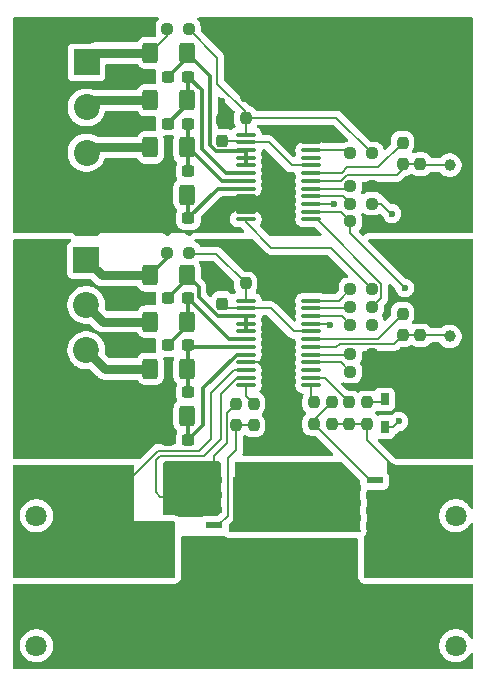
<source format=gtl>
%TF.GenerationSoftware,KiCad,Pcbnew,9.0.6*%
%TF.CreationDate,2025-12-05T19:41:48+01:00*%
%TF.ProjectId,balancingBoard,62616c61-6e63-4696-9e67-426f6172642e,rev?*%
%TF.SameCoordinates,Original*%
%TF.FileFunction,Copper,L1,Top*%
%TF.FilePolarity,Positive*%
%FSLAX46Y46*%
G04 Gerber Fmt 4.6, Leading zero omitted, Abs format (unit mm)*
G04 Created by KiCad (PCBNEW 9.0.6) date 2025-12-05 19:41:48*
%MOMM*%
%LPD*%
G01*
G04 APERTURE LIST*
G04 Aperture macros list*
%AMRoundRect*
0 Rectangle with rounded corners*
0 $1 Rounding radius*
0 $2 $3 $4 $5 $6 $7 $8 $9 X,Y pos of 4 corners*
0 Add a 4 corners polygon primitive as box body*
4,1,4,$2,$3,$4,$5,$6,$7,$8,$9,$2,$3,0*
0 Add four circle primitives for the rounded corners*
1,1,$1+$1,$2,$3*
1,1,$1+$1,$4,$5*
1,1,$1+$1,$6,$7*
1,1,$1+$1,$8,$9*
0 Add four rect primitives between the rounded corners*
20,1,$1+$1,$2,$3,$4,$5,0*
20,1,$1+$1,$4,$5,$6,$7,0*
20,1,$1+$1,$6,$7,$8,$9,0*
20,1,$1+$1,$8,$9,$2,$3,0*%
G04 Aperture macros list end*
%TA.AperFunction,SMDPad,CuDef*%
%ADD10RoundRect,0.237500X0.300000X0.237500X-0.300000X0.237500X-0.300000X-0.237500X0.300000X-0.237500X0*%
%TD*%
%TA.AperFunction,SMDPad,CuDef*%
%ADD11RoundRect,0.237500X-0.300000X-0.237500X0.300000X-0.237500X0.300000X0.237500X-0.300000X0.237500X0*%
%TD*%
%TA.AperFunction,ComponentPad*%
%ADD12C,2.500000*%
%TD*%
%TA.AperFunction,ComponentPad*%
%ADD13C,1.800000*%
%TD*%
%TA.AperFunction,SMDPad,CuDef*%
%ADD14RoundRect,0.250000X-0.400000X-0.625000X0.400000X-0.625000X0.400000X0.625000X-0.400000X0.625000X0*%
%TD*%
%TA.AperFunction,SMDPad,CuDef*%
%ADD15RoundRect,0.237500X0.250000X0.237500X-0.250000X0.237500X-0.250000X-0.237500X0.250000X-0.237500X0*%
%TD*%
%TA.AperFunction,ComponentPad*%
%ADD16R,2.200000X2.200000*%
%TD*%
%TA.AperFunction,ComponentPad*%
%ADD17C,2.200000*%
%TD*%
%TA.AperFunction,SMDPad,CuDef*%
%ADD18RoundRect,0.237500X0.237500X-0.250000X0.237500X0.250000X-0.237500X0.250000X-0.237500X-0.250000X0*%
%TD*%
%TA.AperFunction,SMDPad,CuDef*%
%ADD19RoundRect,0.237500X-0.237500X0.300000X-0.237500X-0.300000X0.237500X-0.300000X0.237500X0.300000X0*%
%TD*%
%TA.AperFunction,SMDPad,CuDef*%
%ADD20RoundRect,0.237500X-0.237500X0.250000X-0.237500X-0.250000X0.237500X-0.250000X0.237500X0.250000X0*%
%TD*%
%TA.AperFunction,ComponentPad*%
%ADD21C,1.000000*%
%TD*%
%TA.AperFunction,SMDPad,CuDef*%
%ADD22RoundRect,0.237500X-0.250000X-0.237500X0.250000X-0.237500X0.250000X0.237500X-0.250000X0.237500X0*%
%TD*%
%TA.AperFunction,SMDPad,CuDef*%
%ADD23O,1.710000X0.360000*%
%TD*%
%TA.AperFunction,SMDPad,CuDef*%
%ADD24R,0.750000X1.000000*%
%TD*%
%TA.AperFunction,SMDPad,CuDef*%
%ADD25R,1.400000X0.610000*%
%TD*%
%TA.AperFunction,SMDPad,CuDef*%
%ADD26R,3.810000X4.500000*%
%TD*%
%TA.AperFunction,SMDPad,CuDef*%
%ADD27RoundRect,0.249999X-0.450001X-1.425001X0.450001X-1.425001X0.450001X1.425001X-0.450001X1.425001X0*%
%TD*%
%TA.AperFunction,ViaPad*%
%ADD28C,0.600000*%
%TD*%
%TA.AperFunction,Conductor*%
%ADD29C,0.300000*%
%TD*%
%TA.AperFunction,Conductor*%
%ADD30C,0.800000*%
%TD*%
%TA.AperFunction,Conductor*%
%ADD31C,0.200000*%
%TD*%
G04 APERTURE END LIST*
D10*
%TO.P,C62,1*%
%TO.N,Net-(U1-VC1)*%
X101362500Y-89250000D03*
%TO.P,C62,2*%
%TO.N,GND*%
X99637500Y-89250000D03*
%TD*%
D11*
%TO.P,C1,1*%
%TO.N,Net-(U2-VC2)*%
X99637500Y-66500000D03*
%TO.P,C1,2*%
%TO.N,Net-(U2-VC1)*%
X101362500Y-66500000D03*
%TD*%
D12*
%TO.P,U3,1,1*%
%TO.N,PACK+*%
X119012500Y-107690000D03*
%TO.P,U3,2,2*%
%TO.N,PACK-*%
X119012500Y-102690000D03*
D13*
%TO.P,U3,3,3*%
%TO.N,unconnected-(U3-Pad3)*%
X124012500Y-99690000D03*
%TO.P,U3,4,4*%
%TO.N,unconnected-(U3-Pad4)*%
X124012500Y-110690000D03*
%TD*%
D11*
%TO.P,C50,1*%
%TO.N,Net-(U1-VC2)*%
X99637500Y-85250000D03*
%TO.P,C50,2*%
%TO.N,Net-(U1-VC1)*%
X101362500Y-85250000D03*
%TD*%
D14*
%TO.P,R3,1*%
%TO.N,Net-(CN1-Pad2)*%
X98150000Y-64500000D03*
%TO.P,R3,2*%
%TO.N,Net-(U2-VC2)*%
X101250000Y-64500000D03*
%TD*%
D15*
%TO.P,R6,1*%
%TO.N,Net-(U2-CHG)*%
X116912500Y-82000000D03*
%TO.P,R6,2*%
%TO.N,CTRC*%
X115087500Y-82000000D03*
%TD*%
D16*
%TO.P,CN1,1,1*%
%TO.N,Net-(CN1-Pad1)*%
X92750000Y-61310000D03*
D17*
%TO.P,CN1,2,2*%
%TO.N,Net-(CN1-Pad2)*%
X92750000Y-65120000D03*
%TO.P,CN1,3,3*%
%TO.N,Net-(CN1-Pad3)*%
X92750000Y-68940000D03*
%TO.P,CN1,4,4*%
%TO.N,Net-(U2-CTRC)*%
X92750000Y-72750000D03*
%TD*%
D18*
%TO.P,R30,1*%
%TO.N,Net-(Q1-G)*%
X105400000Y-92025000D03*
%TO.P,R30,2*%
%TO.N,Net-(U1-SRN)*%
X105400000Y-90200000D03*
%TD*%
D19*
%TO.P,C53,1*%
%TO.N,GND*%
X104220000Y-80000000D03*
%TO.P,C53,2*%
%TO.N,Net-(U1-AVDD)*%
X104220000Y-81725000D03*
%TD*%
D14*
%TO.P,R27,1*%
%TO.N,Net-(CN2-Pad2)*%
X98150000Y-83250000D03*
%TO.P,R27,2*%
%TO.N,Net-(U1-VC2)*%
X101250000Y-83250000D03*
%TD*%
D11*
%TO.P,C49,1*%
%TO.N,Net-(U1-VC3)*%
X99637500Y-81250000D03*
%TO.P,C49,2*%
%TO.N,Net-(U1-VC2)*%
X101362500Y-81250000D03*
%TD*%
D20*
%TO.P,C52,1*%
%TO.N,GND*%
X106220000Y-78187500D03*
%TO.P,C52,2*%
%TO.N,Net-(U1-VDD)*%
X106220000Y-80012500D03*
%TD*%
D14*
%TO.P,R2,1*%
%TO.N,Net-(CN1-Pad1)*%
X98150000Y-60500000D03*
%TO.P,R2,2*%
%TO.N,Net-(U2-VC3)*%
X101250000Y-60500000D03*
%TD*%
D21*
%TO.P,R19,1,1*%
%TO.N,Net-(U1-TS)*%
X123500000Y-84500000D03*
%TO.P,R19,2,2*%
%TO.N,GND*%
X123500000Y-82800000D03*
%TD*%
D14*
%TO.P,R46,1*%
%TO.N,GND*%
X98150000Y-91250000D03*
%TO.P,R46,2*%
%TO.N,Net-(U1-VCO)*%
X101250000Y-91250000D03*
%TD*%
D22*
%TO.P,R9,1*%
%TO.N,Net-(U2-PRES)*%
X115087500Y-69000000D03*
%TO.P,R9,2*%
%TO.N,Net-(U2-VDD)*%
X116912500Y-69000000D03*
%TD*%
D11*
%TO.P,C4,1*%
%TO.N,Net-(U2-CTRC)*%
X99637500Y-74500000D03*
%TO.P,C4,2*%
%TO.N,Net-(U2-VCO)*%
X101362500Y-74500000D03*
%TD*%
D20*
%TO.P,R33,1*%
%TO.N,Net-(U1-CHG)*%
X112000000Y-90087500D03*
%TO.P,R33,2*%
%TO.N,Net-(Q3-G)*%
X112000000Y-91912500D03*
%TD*%
D22*
%TO.P,R1,1*%
%TO.N,Net-(CN1-Pad1)*%
X99587500Y-58500000D03*
%TO.P,R1,2*%
%TO.N,Net-(U2-VDD)*%
X101412500Y-58500000D03*
%TD*%
D20*
%TO.P,R34,1*%
%TO.N,Net-(U1-LD)*%
X115000000Y-90087500D03*
%TO.P,R34,2*%
%TO.N,PACK-*%
X115000000Y-91912500D03*
%TD*%
%TO.P,R14,1*%
%TO.N,Net-(D2-A)*%
X116500000Y-90087500D03*
%TO.P,R14,2*%
%TO.N,PACK-*%
X116500000Y-91912500D03*
%TD*%
%TO.P,R32,1*%
%TO.N,Net-(U1-DSG)*%
X106900000Y-90200000D03*
%TO.P,R32,2*%
%TO.N,Net-(Q1-G)*%
X106900000Y-92025000D03*
%TD*%
D23*
%TO.P,U1,1,VDD*%
%TO.N,Net-(U1-VDD)*%
X106220000Y-81480000D03*
%TO.P,U1,2,AVDD*%
%TO.N,Net-(U1-AVDD)*%
X106220000Y-82130000D03*
%TO.P,U1,3,VC5*%
%TO.N,Net-(U1-VC3)*%
X106220000Y-82780000D03*
%TO.P,U1,4,VC4*%
X106220000Y-83430000D03*
%TO.P,U1,5,VC3*%
X106220000Y-84080000D03*
%TO.P,U1,6,VC2*%
%TO.N,Net-(U1-VC2)*%
X106220000Y-84730000D03*
%TO.P,U1,7,VC1*%
%TO.N,Net-(U1-VC1)*%
X106220000Y-85390000D03*
%TO.P,U1,8,VCO*%
%TO.N,Net-(U1-VCO)*%
X106220000Y-86040000D03*
%TO.P,U1,9,VSS*%
%TO.N,GND*%
X106220000Y-86690000D03*
%TO.P,U1,10,SRP*%
%TO.N,-BATT*%
X106220000Y-87340000D03*
%TO.P,U1,11,SRN*%
%TO.N,Net-(U1-SRN)*%
X106220000Y-87990000D03*
%TO.P,U1,12,DSG*%
%TO.N,Net-(U1-DSG)*%
X106220000Y-88640000D03*
%TO.P,U1,13,CHG*%
%TO.N,Net-(U1-CHG)*%
X111780000Y-88640000D03*
%TO.P,U1,14,LD*%
%TO.N,Net-(U1-LD)*%
X111780000Y-87990000D03*
%TO.P,U1,15,LPWR*%
%TO.N,unconnected-(U1-LPWR-Pad15)*%
X111780000Y-87340000D03*
%TO.P,U1,16,CBI*%
%TO.N,Net-(U1-CBI)*%
X111780000Y-86690000D03*
%TO.P,U1,17,OCDP*%
%TO.N,Net-(U1-OCDP)*%
X111780000Y-86040000D03*
%TO.P,U1,18,TS*%
%TO.N,Net-(U1-TS)*%
X111780000Y-85390000D03*
%TO.P,U1,19,VTB*%
%TO.N,Net-(U1-VTB)*%
X111780000Y-84730000D03*
%TO.P,U1,20,CCFG*%
%TO.N,Net-(U1-AVDD)*%
X111780000Y-84080000D03*
%TO.P,U1,21,CBO*%
%TO.N,BCBO*%
X111780000Y-83430000D03*
%TO.P,U1,22,PRES*%
%TO.N,BPRES*%
X111780000Y-82780000D03*
%TO.P,U1,23,CTRC*%
%TO.N,CTRC*%
X111780000Y-82130000D03*
%TO.P,U1,24,CTRD*%
%TO.N,CTRD*%
X111780000Y-81480000D03*
%TD*%
D11*
%TO.P,C2,1*%
%TO.N,Net-(U2-VC3)*%
X99637500Y-62500000D03*
%TO.P,C2,2*%
%TO.N,Net-(U2-VC2)*%
X101362500Y-62500000D03*
%TD*%
D18*
%TO.P,R17,1*%
%TO.N,Net-(U2-TS)*%
X121000000Y-69912500D03*
%TO.P,R17,2*%
%TO.N,Net-(U2-CTRC)*%
X121000000Y-68087500D03*
%TD*%
D19*
%TO.P,C6,1*%
%TO.N,Net-(U2-CTRC)*%
X104220000Y-66217500D03*
%TO.P,C6,2*%
%TO.N,Net-(U2-AVDD)*%
X104220000Y-67942500D03*
%TD*%
D14*
%TO.P,R26,1*%
%TO.N,Net-(U2-CTRC)*%
X98150000Y-79330000D03*
%TO.P,R26,2*%
%TO.N,Net-(U1-VC3)*%
X101250000Y-79330000D03*
%TD*%
D24*
%TO.P,D2,1,C*%
%TO.N,Net-(D2-C)*%
X118000000Y-92170000D03*
%TO.P,D2,2,A*%
%TO.N,Net-(D2-A)*%
X118000000Y-89830000D03*
%TD*%
D25*
%TO.P,Q3,1,S*%
%TO.N,PACK-*%
X117140000Y-100510000D03*
%TO.P,Q3,2,S*%
X117140000Y-99240000D03*
%TO.P,Q3,3,S*%
X117140000Y-97960000D03*
%TO.P,Q3,4,G*%
%TO.N,Net-(Q3-G)*%
X117140000Y-96690000D03*
%TO.P,Q3,5,D*%
%TO.N,Net-(Q1-D-Pad5)*%
X111500000Y-96690000D03*
%TO.P,Q3,6,D*%
X111500000Y-97960000D03*
%TO.P,Q3,7,D*%
X111500000Y-99240000D03*
%TO.P,Q3,8,D*%
X111500000Y-100510000D03*
D26*
%TO.P,Q3,9,D*%
X113610000Y-98600000D03*
%TD*%
D23*
%TO.P,U2,1,VDD*%
%TO.N,Net-(U2-VDD)*%
X106220000Y-67420000D03*
%TO.P,U2,2,AVDD*%
%TO.N,Net-(U2-AVDD)*%
X106220000Y-68070000D03*
%TO.P,U2,3,VC5*%
%TO.N,Net-(U2-VC3)*%
X106220000Y-68720000D03*
%TO.P,U2,4,VC4*%
X106220000Y-69370000D03*
%TO.P,U2,5,VC3*%
X106220000Y-70020000D03*
%TO.P,U2,6,VC2*%
%TO.N,Net-(U2-VC2)*%
X106220000Y-70670000D03*
%TO.P,U2,7,VC1*%
%TO.N,Net-(U2-VC1)*%
X106220000Y-71330000D03*
%TO.P,U2,8,VCO*%
%TO.N,Net-(U2-VCO)*%
X106220000Y-71980000D03*
%TO.P,U2,9,VSS*%
%TO.N,Net-(U2-CTRC)*%
X106220000Y-72630000D03*
%TO.P,U2,10,SRP*%
X106220000Y-73280000D03*
%TO.P,U2,11,SRN*%
X106220000Y-73930000D03*
%TO.P,U2,12,DSG*%
%TO.N,Net-(U2-DSG)*%
X106220000Y-74580000D03*
%TO.P,U2,13,CHG*%
%TO.N,Net-(U2-CHG)*%
X111780000Y-74580000D03*
%TO.P,U2,14,LD*%
%TO.N,Net-(D2-C)*%
X111780000Y-73930000D03*
%TO.P,U2,15,LPWR*%
%TO.N,Net-(U2-LPWR)*%
X111780000Y-73280000D03*
%TO.P,U2,16,CBI*%
%TO.N,Net-(U2-CBI)*%
X111780000Y-72630000D03*
%TO.P,U2,17,OCDP*%
%TO.N,Net-(U2-OCDP)*%
X111780000Y-71980000D03*
%TO.P,U2,18,TS*%
%TO.N,Net-(U2-TS)*%
X111780000Y-71330000D03*
%TO.P,U2,19,VTB*%
%TO.N,Net-(U2-VTB)*%
X111780000Y-70670000D03*
%TO.P,U2,20,CCFG*%
%TO.N,Net-(U2-AVDD)*%
X111780000Y-70020000D03*
%TO.P,U2,21,CBO*%
%TO.N,unconnected-(U2-CBO-Pad21)*%
X111780000Y-69370000D03*
%TO.P,U2,22,PRES*%
%TO.N,Net-(U2-PRES)*%
X111780000Y-68720000D03*
%TO.P,U2,23,CTRC*%
%TO.N,Net-(U2-CTRC)*%
X111780000Y-68070000D03*
%TO.P,U2,24,CTRD*%
X111780000Y-67420000D03*
%TD*%
D21*
%TO.P,R15,1,1*%
%TO.N,Net-(U2-TS)*%
X123500000Y-70000000D03*
%TO.P,R15,2,2*%
%TO.N,Net-(U2-CTRC)*%
X123500000Y-68300000D03*
%TD*%
D22*
%TO.P,R7,1*%
%TO.N,CTRD*%
X115087500Y-80500000D03*
%TO.P,R7,2*%
%TO.N,Net-(U2-DSG)*%
X116912500Y-80500000D03*
%TD*%
%TO.P,R36,1*%
%TO.N,Net-(U2-CTRC)*%
X99587500Y-77410000D03*
%TO.P,R36,2*%
%TO.N,Net-(U1-VDD)*%
X101412500Y-77410000D03*
%TD*%
D14*
%TO.P,R5,1*%
%TO.N,Net-(U2-CTRC)*%
X98150000Y-72500000D03*
%TO.P,R5,2*%
%TO.N,Net-(U2-VCO)*%
X101250000Y-72500000D03*
%TD*%
D16*
%TO.P,CN2,1,1*%
%TO.N,Net-(U2-CTRC)*%
X92725000Y-78030000D03*
D17*
%TO.P,CN2,2,2*%
%TO.N,Net-(CN2-Pad2)*%
X92725000Y-81840000D03*
%TO.P,CN2,3,3*%
%TO.N,Net-(CN2-Pad3)*%
X92725000Y-85660000D03*
%TO.P,CN2,4,4*%
%TO.N,GND*%
X92725000Y-89470000D03*
%TD*%
D15*
%TO.P,R47,1*%
%TO.N,GND*%
X116912500Y-86000000D03*
%TO.P,R47,2*%
%TO.N,Net-(U1-OCDP)*%
X115087500Y-86000000D03*
%TD*%
D20*
%TO.P,R31,1*%
%TO.N,Net-(Q3-G)*%
X113500000Y-90087500D03*
%TO.P,R31,2*%
%TO.N,PACK-*%
X113500000Y-91912500D03*
%TD*%
D11*
%TO.P,C51,1*%
%TO.N,GND*%
X99637500Y-93250000D03*
%TO.P,C51,2*%
%TO.N,Net-(U1-VCO)*%
X101362500Y-93250000D03*
%TD*%
D15*
%TO.P,R48,1*%
%TO.N,GND*%
X116912500Y-87500000D03*
%TO.P,R48,2*%
%TO.N,Net-(U1-CBI)*%
X115087500Y-87500000D03*
%TD*%
D12*
%TO.P,CN3,1,-*%
%TO.N,-BATT*%
X98500000Y-102690000D03*
%TO.P,CN3,2,+*%
%TO.N,PACK+*%
X98500000Y-107690000D03*
D13*
%TO.P,CN3,3,3*%
%TO.N,unconnected-(CN3-Pad3)*%
X88500000Y-110690000D03*
%TO.P,CN3,4,4*%
%TO.N,unconnected-(CN3-Pad4)*%
X88500000Y-99690000D03*
%TD*%
D14*
%TO.P,R4,1*%
%TO.N,Net-(CN1-Pad3)*%
X98150000Y-68500000D03*
%TO.P,R4,2*%
%TO.N,Net-(U2-VC1)*%
X101250000Y-68500000D03*
%TD*%
D15*
%TO.P,R11,1*%
%TO.N,Net-(U2-CTRC)*%
X116912500Y-71750000D03*
%TO.P,R11,2*%
%TO.N,Net-(U2-OCDP)*%
X115087500Y-71750000D03*
%TD*%
%TO.P,R8,1*%
%TO.N,Net-(U2-LPWR)*%
X116912500Y-83500000D03*
%TO.P,R8,2*%
%TO.N,BPRES*%
X115087500Y-83500000D03*
%TD*%
D22*
%TO.P,R12,1*%
%TO.N,Net-(U2-CBI)*%
X115087500Y-73250000D03*
%TO.P,R12,2*%
%TO.N,BCBO*%
X116912500Y-73250000D03*
%TD*%
D20*
%TO.P,R10,1*%
%TO.N,Net-(U2-VTB)*%
X119500000Y-68087500D03*
%TO.P,R10,2*%
%TO.N,Net-(U2-TS)*%
X119500000Y-69912500D03*
%TD*%
D25*
%TO.P,Q1,1,S*%
%TO.N,Net-(U1-SRN)*%
X103500000Y-96690000D03*
%TO.P,Q1,2,S*%
X103500000Y-97960000D03*
%TO.P,Q1,3,S*%
X103500000Y-99240000D03*
%TO.P,Q1,4,G*%
%TO.N,Net-(Q1-G)*%
X103500000Y-100510000D03*
%TO.P,Q1,5,D*%
%TO.N,Net-(Q1-D-Pad5)*%
X109140000Y-100510000D03*
%TO.P,Q1,6,D*%
X109140000Y-99240000D03*
%TO.P,Q1,7,D*%
X109140000Y-97960000D03*
%TO.P,Q1,8,D*%
X109140000Y-96690000D03*
D26*
%TO.P,Q1,9,D*%
X107030000Y-98600000D03*
%TD*%
D18*
%TO.P,R18,1*%
%TO.N,Net-(U1-TS)*%
X121000000Y-84412500D03*
%TO.P,R18,2*%
%TO.N,GND*%
X121000000Y-82587500D03*
%TD*%
D20*
%TO.P,R21,1*%
%TO.N,Net-(U1-VTB)*%
X119500000Y-82587500D03*
%TO.P,R21,2*%
%TO.N,Net-(U1-TS)*%
X119500000Y-84412500D03*
%TD*%
D14*
%TO.P,R28,1*%
%TO.N,Net-(CN2-Pad3)*%
X98150000Y-87250000D03*
%TO.P,R28,2*%
%TO.N,Net-(U1-VC1)*%
X101250000Y-87250000D03*
%TD*%
D22*
%TO.P,R16,1*%
%TO.N,Net-(D2-C)*%
X115087500Y-74750000D03*
%TO.P,R16,2*%
%TO.N,Net-(U2-CTRC)*%
X116912500Y-74750000D03*
%TD*%
D27*
%TO.P,R13,1,1*%
%TO.N,-BATT*%
X94950000Y-97960000D03*
%TO.P,R13,2,2*%
%TO.N,Net-(U1-SRN)*%
X101050000Y-97960000D03*
%TD*%
D10*
%TO.P,C3,1*%
%TO.N,Net-(U2-VC1)*%
X101362500Y-70500000D03*
%TO.P,C3,2*%
%TO.N,Net-(U2-CTRC)*%
X99637500Y-70500000D03*
%TD*%
D20*
%TO.P,C5,1*%
%TO.N,Net-(U2-CTRC)*%
X106220000Y-64167500D03*
%TO.P,C5,2*%
%TO.N,Net-(U2-VDD)*%
X106220000Y-65992500D03*
%TD*%
D28*
%TO.N,Net-(U2-CTRC)*%
X104200000Y-64600000D03*
X105200000Y-62900000D03*
X113400000Y-67100000D03*
X104770000Y-73410000D03*
%TO.N,GND*%
X103200000Y-78700000D03*
X96270000Y-81180000D03*
X107800000Y-86700000D03*
X105100000Y-77200000D03*
%TO.N,Net-(D2-C)*%
X119700000Y-80400000D03*
X119200000Y-91700000D03*
%TO.N,Net-(Q1-D-Pad5)*%
X114790000Y-97470000D03*
X107030000Y-98600000D03*
X112770000Y-99790000D03*
X105980000Y-97470000D03*
X108090000Y-97470000D03*
X114790000Y-99790000D03*
X113610000Y-98600000D03*
X105980000Y-99790000D03*
X112770000Y-97470000D03*
X108090000Y-99790000D03*
%TO.N,Net-(U2-LPWR)*%
X116912500Y-83500000D03*
X113700000Y-73300000D03*
%TO.N,BCBO*%
X118600000Y-74100000D03*
X113400000Y-83500000D03*
%TD*%
D29*
%TO.N,Net-(U2-VC1)*%
X104230000Y-71330000D02*
X101362500Y-68462500D01*
X101362500Y-68462500D02*
X101362500Y-66500000D01*
X106220000Y-71330000D02*
X104230000Y-71330000D01*
X101362500Y-66500000D02*
X101362500Y-70500000D01*
%TO.N,Net-(U2-VC2)*%
X102500000Y-68600000D02*
X102500000Y-63637500D01*
X101362500Y-64775000D02*
X99637500Y-66500000D01*
X104570000Y-70670000D02*
X102500000Y-68600000D01*
X102500000Y-63637500D02*
X101362500Y-62500000D01*
X101362500Y-62500000D02*
X101362500Y-64775000D01*
X106220000Y-70670000D02*
X104570000Y-70670000D01*
%TO.N,Net-(U2-VC3)*%
X103200000Y-62450000D02*
X101250000Y-60500000D01*
X103732154Y-68831000D02*
X103200000Y-68298846D01*
X101250000Y-60500000D02*
X101250000Y-60887500D01*
X106220000Y-68720000D02*
X106220000Y-70020000D01*
X106220000Y-68720000D02*
X106109000Y-68831000D01*
X103200000Y-68298846D02*
X103200000Y-62450000D01*
X106109000Y-68831000D02*
X103732154Y-68831000D01*
X101250000Y-60887500D02*
X99637500Y-62500000D01*
D30*
%TO.N,Net-(U2-CTRC)*%
X93000000Y-72500000D02*
X92750000Y-72750000D01*
D31*
X111780000Y-67420000D02*
X113080000Y-67420000D01*
X106220000Y-63920000D02*
X105200000Y-62900000D01*
X113080000Y-67420000D02*
X113400000Y-67100000D01*
D30*
X98150000Y-72500000D02*
X93000000Y-72500000D01*
D31*
X106220000Y-64167500D02*
X106220000Y-63920000D01*
X112430000Y-68070000D02*
X113400000Y-67100000D01*
X104220000Y-64620000D02*
X104200000Y-64600000D01*
X104220000Y-66217500D02*
X104220000Y-64620000D01*
D29*
X99587500Y-77892500D02*
X98150000Y-79330000D01*
D31*
X111780000Y-68070000D02*
X112430000Y-68070000D01*
D29*
X99587500Y-77500000D02*
X99587500Y-77892500D01*
X99637500Y-74500000D02*
X99637500Y-73987500D01*
D30*
X98150000Y-79330000D02*
X94025000Y-79330000D01*
X94025000Y-79330000D02*
X92725000Y-78030000D01*
D31*
X104770000Y-73410000D02*
X104900000Y-73280000D01*
X104900000Y-73280000D02*
X106220000Y-73280000D01*
D29*
X99637500Y-73987500D02*
X98150000Y-72500000D01*
%TO.N,Net-(U2-VCO)*%
X106220000Y-71980000D02*
X103882500Y-71980000D01*
X101362500Y-72612500D02*
X101250000Y-72500000D01*
X101362500Y-74500000D02*
X101362500Y-72612500D01*
X103882500Y-71980000D02*
X101362500Y-74500000D01*
D31*
%TO.N,Net-(U2-VDD)*%
X103800000Y-63100000D02*
X103800000Y-60887500D01*
X113905000Y-65992500D02*
X106220000Y-65992500D01*
X103800000Y-60887500D02*
X101412500Y-58500000D01*
X106220000Y-65520000D02*
X103800000Y-63100000D01*
X106220000Y-65992500D02*
X106220000Y-67420000D01*
X106220000Y-65992500D02*
X106220000Y-65520000D01*
X116912500Y-69000000D02*
X113905000Y-65992500D01*
%TO.N,Net-(U2-AVDD)*%
X105530000Y-68070000D02*
X105402500Y-67942500D01*
X105402500Y-67942500D02*
X104220000Y-67942500D01*
X106220000Y-68070000D02*
X108170000Y-68070000D01*
X110120000Y-70020000D02*
X111780000Y-70020000D01*
X108170000Y-68070000D02*
X110120000Y-70020000D01*
X106220000Y-68070000D02*
X105530000Y-68070000D01*
D29*
%TO.N,Net-(U1-VC3)*%
X101250000Y-79637500D02*
X99637500Y-81250000D01*
X103898654Y-82780000D02*
X102251000Y-81132346D01*
X106220000Y-82780000D02*
X106220000Y-84080000D01*
X106220000Y-82780000D02*
X103898654Y-82780000D01*
X102251000Y-80331000D02*
X101250000Y-79330000D01*
X101250000Y-79330000D02*
X101250000Y-79637500D01*
X102251000Y-81132346D02*
X102251000Y-80331000D01*
%TO.N,Net-(U1-VC2)*%
X101362500Y-81250000D02*
X101362500Y-83525000D01*
X101362500Y-83525000D02*
X99637500Y-85250000D01*
X104842500Y-84730000D02*
X101362500Y-81250000D01*
X106220000Y-84730000D02*
X104842500Y-84730000D01*
%TO.N,Net-(U1-VC1)*%
X106220000Y-85390000D02*
X101502500Y-85390000D01*
X101502500Y-85390000D02*
X101362500Y-85250000D01*
X101362500Y-85250000D02*
X101362500Y-89250000D01*
D31*
%TO.N,GND*%
X106220000Y-78187500D02*
X106087500Y-78187500D01*
X106087500Y-78187500D02*
X105100000Y-77200000D01*
D30*
X94505000Y-91250000D02*
X92725000Y-89470000D01*
D31*
X106220000Y-86690000D02*
X107790000Y-86690000D01*
X104220000Y-79720000D02*
X103200000Y-78700000D01*
X104220000Y-80000000D02*
X104220000Y-79720000D01*
D30*
X98150000Y-91250000D02*
X94505000Y-91250000D01*
D31*
X107790000Y-86690000D02*
X107800000Y-86700000D01*
D29*
%TO.N,Net-(U1-VCO)*%
X102600000Y-92012500D02*
X101362500Y-93250000D01*
X105444053Y-86040000D02*
X102600000Y-88884053D01*
X101362500Y-93250000D02*
X101362500Y-91362500D01*
X101362500Y-91362500D02*
X101250000Y-91250000D01*
X106220000Y-86040000D02*
X105444053Y-86040000D01*
X102600000Y-88884053D02*
X102600000Y-92012500D01*
D31*
%TO.N,Net-(U1-VDD)*%
X103707500Y-77500000D02*
X101412500Y-77500000D01*
X106220000Y-80012500D02*
X103707500Y-77500000D01*
X106220000Y-81480000D02*
X106220000Y-80012500D01*
%TO.N,Net-(U1-AVDD)*%
X108330000Y-82130000D02*
X110280000Y-84080000D01*
X106220000Y-82130000D02*
X108330000Y-82130000D01*
X110280000Y-84080000D02*
X111780000Y-84080000D01*
X106220000Y-82130000D02*
X104625000Y-82130000D01*
X104625000Y-82130000D02*
X104220000Y-81725000D01*
D30*
%TO.N,Net-(CN1-Pad2)*%
X98150000Y-64500000D02*
X93370000Y-64500000D01*
X93370000Y-64500000D02*
X92750000Y-65120000D01*
%TO.N,Net-(CN1-Pad3)*%
X93190000Y-68500000D02*
X92750000Y-68940000D01*
X98150000Y-68500000D02*
X93190000Y-68500000D01*
%TO.N,Net-(CN1-Pad1)*%
X98150000Y-60500000D02*
X93560000Y-60500000D01*
D31*
X99587500Y-58500000D02*
X99587500Y-59062500D01*
X99587500Y-59062500D02*
X98150000Y-60500000D01*
D30*
X93560000Y-60500000D02*
X92750000Y-61310000D01*
%TO.N,Net-(CN2-Pad2)*%
X98150000Y-83250000D02*
X94135000Y-83250000D01*
X94135000Y-83250000D02*
X92725000Y-81840000D01*
%TO.N,Net-(CN2-Pad3)*%
X94315000Y-87250000D02*
X92725000Y-85660000D01*
X98150000Y-87250000D02*
X94315000Y-87250000D01*
D31*
%TO.N,-BATT*%
X103300000Y-89300000D02*
X103300000Y-93200000D01*
X98800000Y-94200000D02*
X95040000Y-97960000D01*
X95040000Y-97960000D02*
X94950000Y-97960000D01*
X102300000Y-94200000D02*
X98800000Y-94200000D01*
X106220000Y-87340000D02*
X105260000Y-87340000D01*
X103300000Y-93200000D02*
X102300000Y-94200000D01*
X105260000Y-87340000D02*
X103300000Y-89300000D01*
%TO.N,Net-(D2-A)*%
X117742500Y-90087500D02*
X118000000Y-89830000D01*
X116500000Y-90087500D02*
X117742500Y-90087500D01*
%TO.N,Net-(D2-C)*%
X111780000Y-73930000D02*
X114267500Y-73930000D01*
X115087500Y-75787500D02*
X115087500Y-74750000D01*
X118730000Y-92170000D02*
X119200000Y-91700000D01*
X119700000Y-80400000D02*
X115087500Y-75787500D01*
X118000000Y-92170000D02*
X118730000Y-92170000D01*
X114267500Y-73930000D02*
X115087500Y-74750000D01*
%TO.N,Net-(U1-SRN)*%
X105514763Y-87990000D02*
X104100000Y-89404763D01*
X105400000Y-90200000D02*
X104600000Y-91000000D01*
X104600000Y-93500000D02*
X103500000Y-94600000D01*
X98600000Y-94967100D02*
X98600000Y-97700000D01*
X98600000Y-97700000D02*
X99000000Y-98100000D01*
X104600000Y-91000000D02*
X104600000Y-93500000D01*
X103500000Y-94600000D02*
X103500000Y-96690000D01*
X104100000Y-89404763D02*
X104100000Y-93200000D01*
X106220000Y-87990000D02*
X105514763Y-87990000D01*
X98966100Y-94601000D02*
X98600000Y-94967100D01*
X99000000Y-98100000D02*
X99700000Y-98100000D01*
X99840000Y-97960000D02*
X101050000Y-97960000D01*
X99700000Y-98100000D02*
X99840000Y-97960000D01*
X102699000Y-94601000D02*
X98966100Y-94601000D01*
X104100000Y-93200000D02*
X102699000Y-94601000D01*
%TO.N,Net-(Q1-G)*%
X105400000Y-92025000D02*
X105400000Y-94100000D01*
X106900000Y-92025000D02*
X105400000Y-92025000D01*
X104700000Y-94800000D02*
X104700000Y-99705000D01*
X105400000Y-94100000D02*
X104700000Y-94800000D01*
X103895000Y-100510000D02*
X103500000Y-100510000D01*
X104700000Y-99705000D02*
X103895000Y-100510000D01*
%TO.N,Net-(Q3-G)*%
X112000000Y-91587500D02*
X113500000Y-90087500D01*
X112000000Y-91912500D02*
X116777500Y-96690000D01*
X116777500Y-96690000D02*
X117140000Y-96690000D01*
X112000000Y-91912500D02*
X112000000Y-91587500D01*
%TO.N,CTRC*%
X114957500Y-82130000D02*
X115087500Y-82000000D01*
X111780000Y-82130000D02*
X114957500Y-82130000D01*
%TO.N,Net-(U2-CHG)*%
X116912500Y-82000000D02*
X117701000Y-81211500D01*
X112248134Y-74580000D02*
X111780000Y-74580000D01*
X117701000Y-80032866D02*
X112248134Y-74580000D01*
X117701000Y-81211500D02*
X117701000Y-80032866D01*
%TO.N,CTRD*%
X111780000Y-81480000D02*
X114107500Y-81480000D01*
X114107500Y-81480000D02*
X115087500Y-80500000D01*
%TO.N,Net-(U2-DSG)*%
X116912500Y-80500000D02*
X113412500Y-77000000D01*
X108400000Y-77000000D02*
X106220000Y-74820000D01*
X106220000Y-74820000D02*
X106220000Y-74580000D01*
X113412500Y-77000000D02*
X108400000Y-77000000D01*
%TO.N,Net-(U2-LPWR)*%
X111780000Y-73280000D02*
X113680000Y-73280000D01*
X113680000Y-73280000D02*
X113700000Y-73300000D01*
%TO.N,BPRES*%
X114367500Y-82780000D02*
X115087500Y-83500000D01*
X111780000Y-82780000D02*
X114367500Y-82780000D01*
%TO.N,Net-(U2-PRES)*%
X114807500Y-68720000D02*
X115087500Y-69000000D01*
X111780000Y-68720000D02*
X114807500Y-68720000D01*
%TO.N,Net-(U2-TS)*%
X114251866Y-71330000D02*
X114781866Y-70800000D01*
X121187500Y-69912500D02*
X121275000Y-70000000D01*
X119000000Y-70800000D02*
X119500000Y-70300000D01*
X119500000Y-70300000D02*
X119500000Y-69912500D01*
X121000000Y-69912500D02*
X121187500Y-69912500D01*
X119500000Y-69912500D02*
X121000000Y-69912500D01*
X121275000Y-70000000D02*
X123500000Y-70000000D01*
X114781866Y-70800000D02*
X119000000Y-70800000D01*
X111780000Y-71330000D02*
X114251866Y-71330000D01*
%TO.N,Net-(U2-VTB)*%
X114814766Y-70200000D02*
X117387500Y-70200000D01*
X117387500Y-70200000D02*
X119500000Y-68087500D01*
X111780000Y-70670000D02*
X114344766Y-70670000D01*
X114344766Y-70670000D02*
X114814766Y-70200000D01*
%TO.N,Net-(U2-OCDP)*%
X111780000Y-71980000D02*
X114857500Y-71980000D01*
X114857500Y-71980000D02*
X115087500Y-71750000D01*
%TO.N,BCBO*%
X111780000Y-83430000D02*
X113330000Y-83430000D01*
X118500000Y-74100000D02*
X117650000Y-73250000D01*
X117650000Y-73250000D02*
X116912500Y-73250000D01*
X118600000Y-74100000D02*
X118500000Y-74100000D01*
X113330000Y-83430000D02*
X113400000Y-83500000D01*
%TO.N,Net-(U2-CBI)*%
X114467500Y-72630000D02*
X115087500Y-73250000D01*
X111780000Y-72630000D02*
X114467500Y-72630000D01*
%TO.N,Net-(U1-TS)*%
X113910000Y-85390000D02*
X114169000Y-85131000D01*
X118781500Y-85131000D02*
X119500000Y-84412500D01*
X114169000Y-85131000D02*
X118781500Y-85131000D01*
X119500000Y-84412500D02*
X121000000Y-84412500D01*
X121000000Y-84412500D02*
X123412500Y-84412500D01*
X111780000Y-85390000D02*
X113910000Y-85390000D01*
X123412500Y-84412500D02*
X123500000Y-84500000D01*
%TO.N,Net-(U1-VTB)*%
X111780000Y-84730000D02*
X111810000Y-84700000D01*
X111810000Y-84700000D02*
X117387500Y-84700000D01*
X117387500Y-84700000D02*
X119500000Y-82587500D01*
%TO.N,Net-(U1-DSG)*%
X106220000Y-89520000D02*
X106900000Y-90200000D01*
X106220000Y-88640000D02*
X106220000Y-89520000D01*
%TO.N,Net-(U1-CHG)*%
X111780000Y-88640000D02*
X111780000Y-89867500D01*
X111780000Y-89867500D02*
X112000000Y-90087500D01*
%TO.N,Net-(U1-LD)*%
X112902500Y-87990000D02*
X115000000Y-90087500D01*
X111780000Y-87990000D02*
X112902500Y-87990000D01*
%TO.N,Net-(U1-OCDP)*%
X115047500Y-86040000D02*
X115087500Y-86000000D01*
X111780000Y-86040000D02*
X115047500Y-86040000D01*
%TO.N,Net-(U1-CBI)*%
X114277500Y-86690000D02*
X115087500Y-87500000D01*
X111780000Y-86690000D02*
X114277500Y-86690000D01*
%TO.N,PACK-*%
X113500000Y-91912500D02*
X116500000Y-91912500D01*
X116500000Y-93300000D02*
X119300000Y-96100000D01*
X118240000Y-97960000D02*
X117140000Y-97960000D01*
X119300000Y-96900000D02*
X118240000Y-97960000D01*
X119300000Y-96100000D02*
X119300000Y-96900000D01*
X116500000Y-91912500D02*
X116500000Y-93300000D01*
%TD*%
%TA.AperFunction,Conductor*%
%TO.N,Net-(Q1-D-Pad5)*%
G36*
X114353942Y-95119685D02*
G01*
X114374584Y-95136319D01*
X115903181Y-96664916D01*
X115936666Y-96726239D01*
X115939500Y-96752597D01*
X115939500Y-97042869D01*
X115939501Y-97042876D01*
X115945908Y-97102483D01*
X115992182Y-97226547D01*
X115993197Y-97232176D01*
X115994977Y-97234945D01*
X116000000Y-97269880D01*
X116000000Y-97380119D01*
X115992182Y-97423452D01*
X115945909Y-97547517D01*
X115939500Y-97607127D01*
X115939500Y-97607134D01*
X115939500Y-97607135D01*
X115939500Y-98312870D01*
X115939501Y-98312876D01*
X115945908Y-98372483D01*
X115992182Y-98496547D01*
X115993197Y-98502176D01*
X115994977Y-98504945D01*
X116000000Y-98539880D01*
X116000000Y-98660119D01*
X115992182Y-98703452D01*
X115945909Y-98827517D01*
X115939500Y-98887127D01*
X115939500Y-98887134D01*
X115939500Y-98887135D01*
X115939500Y-99592870D01*
X115939501Y-99592876D01*
X115945908Y-99652483D01*
X115992182Y-99776547D01*
X115993197Y-99782176D01*
X115994977Y-99784945D01*
X116000000Y-99819880D01*
X116000000Y-99930119D01*
X115992182Y-99973452D01*
X115945909Y-100097517D01*
X115939500Y-100157127D01*
X115939500Y-100157134D01*
X115939500Y-100157135D01*
X115939500Y-100862870D01*
X115939501Y-100862876D01*
X115945909Y-100922484D01*
X115949707Y-100932668D01*
X115954691Y-101002360D01*
X115921205Y-101063682D01*
X115859882Y-101097167D01*
X115833525Y-101100000D01*
X104924000Y-101100000D01*
X104856961Y-101080315D01*
X104811206Y-101027511D01*
X104800000Y-100976000D01*
X104800000Y-100505596D01*
X104819685Y-100438557D01*
X104836319Y-100417915D01*
X105068713Y-100185521D01*
X105068716Y-100185520D01*
X105180520Y-100073716D01*
X105230639Y-99986904D01*
X105259577Y-99936785D01*
X105300501Y-99784057D01*
X105300501Y-99625943D01*
X105300501Y-99618348D01*
X105300500Y-99618330D01*
X105300500Y-95224000D01*
X105320185Y-95156961D01*
X105372989Y-95111206D01*
X105424500Y-95100000D01*
X114286903Y-95100000D01*
X114353942Y-95119685D01*
G37*
%TD.AperFunction*%
%TD*%
%TA.AperFunction,Conductor*%
%TO.N,Net-(U1-SRN)*%
G36*
X104042539Y-95109685D02*
G01*
X104088294Y-95162489D01*
X104099500Y-95214000D01*
X104099500Y-99404902D01*
X104090855Y-99434342D01*
X104084332Y-99464329D01*
X104080577Y-99469344D01*
X104079815Y-99471941D01*
X104063181Y-99492583D01*
X103887583Y-99668181D01*
X103826260Y-99701666D01*
X103799902Y-99704500D01*
X102752129Y-99704500D01*
X102752123Y-99704501D01*
X102692516Y-99710908D01*
X102557670Y-99761202D01*
X102552242Y-99765267D01*
X102486778Y-99789684D01*
X102477931Y-99790000D01*
X100576713Y-99790000D01*
X100509674Y-99770315D01*
X100495510Y-99759713D01*
X100466335Y-99734432D01*
X100466331Y-99734430D01*
X100335465Y-99674664D01*
X100335460Y-99674662D01*
X100335459Y-99674662D01*
X100268420Y-99654977D01*
X100268422Y-99654977D01*
X100268417Y-99654976D01*
X100181440Y-99642471D01*
X100126000Y-99634500D01*
X100125998Y-99634500D01*
X99374000Y-99634500D01*
X99306961Y-99614815D01*
X99261206Y-99562011D01*
X99250000Y-99510500D01*
X99250000Y-95214000D01*
X99269685Y-95146961D01*
X99322489Y-95101206D01*
X99374000Y-95090000D01*
X103975500Y-95090000D01*
X104042539Y-95109685D01*
G37*
%TD.AperFunction*%
%TD*%
%TA.AperFunction,Conductor*%
%TO.N,PACK-*%
G36*
X118440028Y-95109685D02*
G01*
X118460670Y-95126319D01*
X118505474Y-95171123D01*
X118505490Y-95171137D01*
X118505497Y-95171144D01*
X118545715Y-95207271D01*
X118545727Y-95207281D01*
X118545735Y-95207288D01*
X118566377Y-95223922D01*
X118610261Y-95255567D01*
X118741138Y-95315338D01*
X118808177Y-95335023D01*
X118808181Y-95335024D01*
X118950597Y-95355500D01*
X118950600Y-95355500D01*
X125375500Y-95355500D01*
X125442539Y-95375185D01*
X125488294Y-95427989D01*
X125499500Y-95479500D01*
X125499500Y-99007036D01*
X125479815Y-99074075D01*
X125427011Y-99119830D01*
X125357853Y-99129774D01*
X125294297Y-99100749D01*
X125265016Y-99063332D01*
X125210314Y-98955976D01*
X125080747Y-98777641D01*
X125080743Y-98777636D01*
X124924863Y-98621756D01*
X124924858Y-98621752D01*
X124746525Y-98492187D01*
X124746524Y-98492186D01*
X124746522Y-98492185D01*
X124683596Y-98460122D01*
X124550106Y-98392104D01*
X124550103Y-98392103D01*
X124340452Y-98323985D01*
X124231586Y-98306742D01*
X124122722Y-98289500D01*
X123902278Y-98289500D01*
X123829701Y-98300995D01*
X123684547Y-98323985D01*
X123474896Y-98392103D01*
X123474893Y-98392104D01*
X123278474Y-98492187D01*
X123100141Y-98621752D01*
X123100136Y-98621756D01*
X122944256Y-98777636D01*
X122944252Y-98777641D01*
X122814687Y-98955974D01*
X122714604Y-99152393D01*
X122714603Y-99152396D01*
X122646485Y-99362047D01*
X122617651Y-99544100D01*
X122612000Y-99579778D01*
X122612000Y-99800222D01*
X122615114Y-99819880D01*
X122646485Y-100017952D01*
X122714603Y-100227603D01*
X122714604Y-100227606D01*
X122814687Y-100424025D01*
X122944252Y-100602358D01*
X122944256Y-100602363D01*
X123100136Y-100758243D01*
X123100141Y-100758247D01*
X123197695Y-100829123D01*
X123278478Y-100887815D01*
X123406875Y-100953237D01*
X123474893Y-100987895D01*
X123474896Y-100987896D01*
X123579721Y-101021955D01*
X123684549Y-101056015D01*
X123902278Y-101090500D01*
X123902279Y-101090500D01*
X124122721Y-101090500D01*
X124122722Y-101090500D01*
X124340451Y-101056015D01*
X124550106Y-100987895D01*
X124746522Y-100887815D01*
X124924865Y-100758242D01*
X125080742Y-100602365D01*
X125210315Y-100424022D01*
X125265015Y-100316667D01*
X125312990Y-100265872D01*
X125380811Y-100249077D01*
X125446946Y-100271615D01*
X125490397Y-100326330D01*
X125499500Y-100372963D01*
X125499500Y-104816000D01*
X125479815Y-104883039D01*
X125427011Y-104928794D01*
X125375500Y-104940000D01*
X116374000Y-104940000D01*
X116306961Y-104920315D01*
X116261206Y-104867511D01*
X116250000Y-104816000D01*
X116250000Y-101500661D01*
X116269685Y-101433622D01*
X116274734Y-101426348D01*
X116278637Y-101421134D01*
X116278640Y-101421132D01*
X116364867Y-101305952D01*
X116398353Y-101244630D01*
X116398356Y-101244623D01*
X116398368Y-101244592D01*
X116448636Y-101109822D01*
X116448636Y-101109819D01*
X116448638Y-101109815D01*
X116458903Y-100966301D01*
X116453919Y-100896609D01*
X116450626Y-100881474D01*
X116448505Y-100868380D01*
X116445710Y-100842373D01*
X116445000Y-100829123D01*
X116445000Y-100228271D01*
X116452817Y-100184940D01*
X116465811Y-100150103D01*
X116489650Y-100063204D01*
X116497468Y-100019871D01*
X116505500Y-99930119D01*
X116505500Y-99819880D01*
X116500355Y-99747938D01*
X116495332Y-99713003D01*
X116489752Y-99687361D01*
X116489659Y-99686844D01*
X116489565Y-99686503D01*
X116479984Y-99642471D01*
X116477889Y-99637886D01*
X116473113Y-99625789D01*
X116472008Y-99622496D01*
X116465809Y-99599891D01*
X116452103Y-99563144D01*
X116451436Y-99561155D01*
X116451255Y-99556396D01*
X116445000Y-99521726D01*
X116445000Y-98958271D01*
X116452817Y-98914940D01*
X116465811Y-98880103D01*
X116489650Y-98793204D01*
X116497468Y-98749871D01*
X116505500Y-98660119D01*
X116505500Y-98539880D01*
X116500355Y-98467938D01*
X116495332Y-98433003D01*
X116489752Y-98407361D01*
X116489659Y-98406844D01*
X116489565Y-98406503D01*
X116479984Y-98362471D01*
X116477889Y-98357886D01*
X116473113Y-98345789D01*
X116472008Y-98342496D01*
X116465809Y-98319891D01*
X116452103Y-98283144D01*
X116451436Y-98281155D01*
X116451255Y-98276396D01*
X116445000Y-98241726D01*
X116445000Y-97678271D01*
X116452817Y-97634940D01*
X116465811Y-97600103D01*
X116465814Y-97600090D01*
X116465816Y-97600087D01*
X116469491Y-97586692D01*
X116506211Y-97527249D01*
X116569239Y-97497095D01*
X116589072Y-97495499D01*
X117887871Y-97495499D01*
X117887872Y-97495499D01*
X117947483Y-97489091D01*
X118082331Y-97438796D01*
X118197546Y-97352546D01*
X118283796Y-97237331D01*
X118334091Y-97102483D01*
X118340500Y-97042873D01*
X118340499Y-96337128D01*
X118334091Y-96277517D01*
X118283796Y-96142669D01*
X118224733Y-96063771D01*
X118200316Y-95998307D01*
X118200000Y-95989460D01*
X118200000Y-95214000D01*
X118202550Y-95205314D01*
X118201262Y-95196353D01*
X118212240Y-95172312D01*
X118219685Y-95146961D01*
X118226525Y-95141033D01*
X118230287Y-95132797D01*
X118252521Y-95118507D01*
X118272489Y-95101206D01*
X118283003Y-95098918D01*
X118289065Y-95095023D01*
X118324000Y-95090000D01*
X118372989Y-95090000D01*
X118440028Y-95109685D01*
G37*
%TD.AperFunction*%
%TD*%
%TA.AperFunction,Conductor*%
%TO.N,-BATT*%
G36*
X96693039Y-95375185D02*
G01*
X96738794Y-95427989D01*
X96750000Y-95479500D01*
X96750000Y-100140000D01*
X100126000Y-100140000D01*
X100193039Y-100159685D01*
X100238794Y-100212489D01*
X100250000Y-100264000D01*
X100250000Y-104816000D01*
X100230315Y-104883039D01*
X100177511Y-104928794D01*
X100126000Y-104940000D01*
X86624500Y-104940000D01*
X86557461Y-104920315D01*
X86511706Y-104867511D01*
X86500500Y-104816000D01*
X86500500Y-99579778D01*
X87099500Y-99579778D01*
X87099500Y-99800221D01*
X87133985Y-100017952D01*
X87202103Y-100227603D01*
X87202104Y-100227606D01*
X87302187Y-100424025D01*
X87431752Y-100602358D01*
X87431756Y-100602363D01*
X87587636Y-100758243D01*
X87587641Y-100758247D01*
X87743192Y-100871260D01*
X87765978Y-100887815D01*
X87894375Y-100953237D01*
X87962393Y-100987895D01*
X87962396Y-100987896D01*
X88067221Y-101021955D01*
X88172049Y-101056015D01*
X88389778Y-101090500D01*
X88389779Y-101090500D01*
X88610221Y-101090500D01*
X88610222Y-101090500D01*
X88827951Y-101056015D01*
X89037606Y-100987895D01*
X89234022Y-100887815D01*
X89412365Y-100758242D01*
X89568242Y-100602365D01*
X89697815Y-100424022D01*
X89797895Y-100227606D01*
X89866015Y-100017951D01*
X89900500Y-99800222D01*
X89900500Y-99579778D01*
X89866015Y-99362049D01*
X89797895Y-99152394D01*
X89797895Y-99152393D01*
X89763237Y-99084375D01*
X89697815Y-98955978D01*
X89681260Y-98933192D01*
X89568247Y-98777641D01*
X89568243Y-98777636D01*
X89412363Y-98621756D01*
X89412358Y-98621752D01*
X89234025Y-98492187D01*
X89234024Y-98492186D01*
X89234022Y-98492185D01*
X89171096Y-98460122D01*
X89037606Y-98392104D01*
X89037603Y-98392103D01*
X88827952Y-98323985D01*
X88719086Y-98306742D01*
X88610222Y-98289500D01*
X88389778Y-98289500D01*
X88317201Y-98300995D01*
X88172047Y-98323985D01*
X87962396Y-98392103D01*
X87962393Y-98392104D01*
X87765974Y-98492187D01*
X87587641Y-98621752D01*
X87587636Y-98621756D01*
X87431756Y-98777636D01*
X87431752Y-98777641D01*
X87302187Y-98955974D01*
X87202104Y-99152393D01*
X87202103Y-99152396D01*
X87133985Y-99362047D01*
X87099500Y-99579778D01*
X86500500Y-99579778D01*
X86500500Y-95479500D01*
X86520185Y-95412461D01*
X86572989Y-95366706D01*
X86624500Y-95355500D01*
X96626000Y-95355500D01*
X96693039Y-95375185D01*
G37*
%TD.AperFunction*%
%TD*%
%TA.AperFunction,Conductor*%
%TO.N,Net-(U2-CTRC)*%
G36*
X98823487Y-57520185D02*
G01*
X98869242Y-57572989D01*
X98879186Y-57642147D01*
X98850161Y-57705703D01*
X98844129Y-57712181D01*
X98754661Y-57801648D01*
X98664093Y-57948481D01*
X98664092Y-57948484D01*
X98609826Y-58112247D01*
X98609826Y-58112248D01*
X98609825Y-58112248D01*
X98599500Y-58213315D01*
X98599500Y-58786669D01*
X98599501Y-58786687D01*
X98609825Y-58887752D01*
X98609826Y-58887755D01*
X98634262Y-58961496D01*
X98636664Y-59031324D01*
X98600932Y-59091366D01*
X98538412Y-59122559D01*
X98516556Y-59124500D01*
X97699998Y-59124500D01*
X97699980Y-59124501D01*
X97597203Y-59135000D01*
X97597200Y-59135001D01*
X97430668Y-59190185D01*
X97430663Y-59190187D01*
X97281342Y-59282289D01*
X97157289Y-59406342D01*
X97074481Y-59540597D01*
X97022533Y-59587321D01*
X96968942Y-59599500D01*
X93471303Y-59599500D01*
X93297341Y-59634103D01*
X93297333Y-59634105D01*
X93227576Y-59663000D01*
X93227575Y-59663000D01*
X93138101Y-59700061D01*
X93090649Y-59709500D01*
X91602129Y-59709500D01*
X91602123Y-59709501D01*
X91542516Y-59715908D01*
X91407671Y-59766202D01*
X91407664Y-59766206D01*
X91292455Y-59852452D01*
X91292452Y-59852455D01*
X91206206Y-59967664D01*
X91206202Y-59967671D01*
X91155908Y-60102517D01*
X91149501Y-60162116D01*
X91149500Y-60162135D01*
X91149500Y-62457870D01*
X91149501Y-62457876D01*
X91155908Y-62517483D01*
X91206202Y-62652328D01*
X91206206Y-62652335D01*
X91292452Y-62767544D01*
X91292455Y-62767547D01*
X91407664Y-62853793D01*
X91407671Y-62853797D01*
X91542517Y-62904091D01*
X91542516Y-62904091D01*
X91549444Y-62904835D01*
X91602127Y-62910500D01*
X93897872Y-62910499D01*
X93957483Y-62904091D01*
X94092331Y-62853796D01*
X94207546Y-62767546D01*
X94293796Y-62652331D01*
X94344091Y-62517483D01*
X94350500Y-62457873D01*
X94350500Y-61524500D01*
X94370185Y-61457461D01*
X94422989Y-61411706D01*
X94474500Y-61400500D01*
X96968942Y-61400500D01*
X97035981Y-61420185D01*
X97074479Y-61459401D01*
X97157288Y-61593656D01*
X97281344Y-61717712D01*
X97430666Y-61809814D01*
X97597203Y-61864999D01*
X97699991Y-61875500D01*
X98516556Y-61875499D01*
X98583595Y-61895183D01*
X98629350Y-61947987D01*
X98639294Y-62017146D01*
X98634262Y-62038502D01*
X98609826Y-62112244D01*
X98609825Y-62112248D01*
X98599500Y-62213315D01*
X98599500Y-62786669D01*
X98599501Y-62786687D01*
X98609825Y-62887752D01*
X98609826Y-62887755D01*
X98634262Y-62961496D01*
X98636664Y-63031324D01*
X98600932Y-63091366D01*
X98538412Y-63122559D01*
X98516556Y-63124500D01*
X97699998Y-63124500D01*
X97699980Y-63124501D01*
X97597203Y-63135000D01*
X97597200Y-63135001D01*
X97430668Y-63190185D01*
X97430663Y-63190187D01*
X97281342Y-63282289D01*
X97157289Y-63406342D01*
X97157288Y-63406344D01*
X97078593Y-63533931D01*
X97074481Y-63540597D01*
X97022533Y-63587321D01*
X96968942Y-63599500D01*
X93275219Y-63599500D01*
X93275219Y-63598520D01*
X93232396Y-63593874D01*
X93124786Y-63558910D01*
X92967075Y-63533931D01*
X92875962Y-63519500D01*
X92624038Y-63519500D01*
X92532925Y-63533931D01*
X92375214Y-63558910D01*
X92135616Y-63636760D01*
X91911151Y-63751132D01*
X91707350Y-63899201D01*
X91707345Y-63899205D01*
X91529205Y-64077345D01*
X91529201Y-64077350D01*
X91381132Y-64281151D01*
X91266760Y-64505616D01*
X91188910Y-64745214D01*
X91188910Y-64745215D01*
X91149500Y-64994038D01*
X91149500Y-65245962D01*
X91163301Y-65333096D01*
X91188910Y-65494785D01*
X91266760Y-65734383D01*
X91381132Y-65958848D01*
X91529201Y-66162649D01*
X91529205Y-66162654D01*
X91707345Y-66340794D01*
X91707350Y-66340798D01*
X91885117Y-66469952D01*
X91911155Y-66488870D01*
X92043916Y-66556515D01*
X92135616Y-66603239D01*
X92135618Y-66603239D01*
X92135621Y-66603241D01*
X92375215Y-66681090D01*
X92624038Y-66720500D01*
X92624039Y-66720500D01*
X92875961Y-66720500D01*
X92875962Y-66720500D01*
X93124785Y-66681090D01*
X93364379Y-66603241D01*
X93588845Y-66488870D01*
X93792656Y-66340793D01*
X93970793Y-66162656D01*
X94118870Y-65958845D01*
X94233241Y-65734379D01*
X94311090Y-65494785D01*
X94312596Y-65490151D01*
X94313786Y-65490537D01*
X94345694Y-65434963D01*
X94407720Y-65402798D01*
X94431480Y-65400500D01*
X96968942Y-65400500D01*
X97035981Y-65420185D01*
X97074479Y-65459401D01*
X97157288Y-65593656D01*
X97281344Y-65717712D01*
X97430666Y-65809814D01*
X97597203Y-65864999D01*
X97699991Y-65875500D01*
X98516556Y-65875499D01*
X98583595Y-65895183D01*
X98629350Y-65947987D01*
X98639294Y-66017146D01*
X98634262Y-66038502D01*
X98609826Y-66112244D01*
X98609825Y-66112248D01*
X98599500Y-66213315D01*
X98599500Y-66786669D01*
X98599501Y-66786687D01*
X98609825Y-66887752D01*
X98609826Y-66887755D01*
X98634262Y-66961496D01*
X98636664Y-67031324D01*
X98600932Y-67091366D01*
X98538412Y-67122559D01*
X98516556Y-67124500D01*
X97699998Y-67124500D01*
X97699980Y-67124501D01*
X97597203Y-67135000D01*
X97597200Y-67135001D01*
X97430668Y-67190185D01*
X97430663Y-67190187D01*
X97281342Y-67282289D01*
X97157289Y-67406342D01*
X97157288Y-67406344D01*
X97075245Y-67539359D01*
X97074481Y-67540597D01*
X97022533Y-67587321D01*
X96968942Y-67599500D01*
X93668183Y-67599500D01*
X93601144Y-67579815D01*
X93595296Y-67575817D01*
X93588846Y-67571130D01*
X93364383Y-67456760D01*
X93124785Y-67378910D01*
X92990606Y-67357658D01*
X92875962Y-67339500D01*
X92624038Y-67339500D01*
X92509394Y-67357658D01*
X92375214Y-67378910D01*
X92135616Y-67456760D01*
X91911151Y-67571132D01*
X91707350Y-67719201D01*
X91707345Y-67719205D01*
X91529205Y-67897345D01*
X91529201Y-67897350D01*
X91381132Y-68101151D01*
X91266760Y-68325616D01*
X91188910Y-68565214D01*
X91168221Y-68695839D01*
X91149500Y-68814038D01*
X91149500Y-69065962D01*
X91183051Y-69277795D01*
X91188910Y-69314785D01*
X91266760Y-69554383D01*
X91338409Y-69695000D01*
X91377451Y-69771625D01*
X91381132Y-69778848D01*
X91529201Y-69982649D01*
X91529205Y-69982654D01*
X91707345Y-70160794D01*
X91707350Y-70160798D01*
X91786753Y-70218487D01*
X91911155Y-70308870D01*
X92054184Y-70381747D01*
X92135616Y-70423239D01*
X92135618Y-70423239D01*
X92135621Y-70423241D01*
X92375215Y-70501090D01*
X92624038Y-70540500D01*
X92624039Y-70540500D01*
X92875961Y-70540500D01*
X92875962Y-70540500D01*
X93124785Y-70501090D01*
X93364379Y-70423241D01*
X93588845Y-70308870D01*
X93792656Y-70160793D01*
X93970793Y-69982656D01*
X94118870Y-69778845D01*
X94233241Y-69554379D01*
X94242436Y-69526079D01*
X94255400Y-69486182D01*
X94294838Y-69428506D01*
X94359196Y-69401308D01*
X94373331Y-69400500D01*
X96968942Y-69400500D01*
X97035981Y-69420185D01*
X97074479Y-69459401D01*
X97157288Y-69593656D01*
X97281344Y-69717712D01*
X97430666Y-69809814D01*
X97597203Y-69864999D01*
X97699991Y-69875500D01*
X98600008Y-69875499D01*
X98600016Y-69875498D01*
X98600019Y-69875498D01*
X98656302Y-69869748D01*
X98702797Y-69864999D01*
X98869334Y-69809814D01*
X99018656Y-69717712D01*
X99142712Y-69593656D01*
X99234814Y-69444334D01*
X99289999Y-69277797D01*
X99300500Y-69175009D01*
X99300499Y-67824992D01*
X99289999Y-67722203D01*
X99262262Y-67638501D01*
X99259861Y-67568676D01*
X99295592Y-67508633D01*
X99358112Y-67477440D01*
X99379959Y-67475499D01*
X99986676Y-67475499D01*
X100008376Y-67473282D01*
X100077068Y-67486051D01*
X100127953Y-67533931D01*
X100144874Y-67601720D01*
X100138684Y-67635644D01*
X100110001Y-67722203D01*
X100110000Y-67722204D01*
X100099500Y-67824983D01*
X100099500Y-69175001D01*
X100099501Y-69175018D01*
X100110000Y-69277796D01*
X100110001Y-69277799D01*
X100165185Y-69444331D01*
X100165187Y-69444336D01*
X100188110Y-69481500D01*
X100257288Y-69593656D01*
X100381344Y-69717712D01*
X100384530Y-69719677D01*
X100386257Y-69721597D01*
X100387013Y-69722195D01*
X100386910Y-69722324D01*
X100431254Y-69771625D01*
X100442477Y-69840588D01*
X100424972Y-69890312D01*
X100389095Y-69948477D01*
X100389091Y-69948486D01*
X100387603Y-69952976D01*
X100334826Y-70112247D01*
X100334826Y-70112248D01*
X100334825Y-70112248D01*
X100324500Y-70213315D01*
X100324500Y-70786669D01*
X100324501Y-70786687D01*
X100334825Y-70887752D01*
X100356297Y-70952548D01*
X100387745Y-71047452D01*
X100389092Y-71051515D01*
X100389093Y-71051518D01*
X100424972Y-71109686D01*
X100443412Y-71177079D01*
X100422489Y-71243742D01*
X100384541Y-71280315D01*
X100381347Y-71282284D01*
X100257289Y-71406342D01*
X100165187Y-71555663D01*
X100165186Y-71555666D01*
X100110001Y-71722203D01*
X100110001Y-71722204D01*
X100110000Y-71722204D01*
X100099500Y-71824983D01*
X100099500Y-73175001D01*
X100099501Y-73175018D01*
X100110000Y-73277796D01*
X100110001Y-73277799D01*
X100165185Y-73444331D01*
X100165187Y-73444336D01*
X100200069Y-73500888D01*
X100257288Y-73593656D01*
X100381344Y-73717712D01*
X100384530Y-73719677D01*
X100386257Y-73721597D01*
X100387013Y-73722195D01*
X100386910Y-73722324D01*
X100431254Y-73771625D01*
X100442477Y-73840588D01*
X100424972Y-73890312D01*
X100389095Y-73948477D01*
X100389092Y-73948484D01*
X100334826Y-74112247D01*
X100334826Y-74112248D01*
X100334825Y-74112248D01*
X100324500Y-74213315D01*
X100324500Y-74786669D01*
X100324501Y-74786687D01*
X100334825Y-74887752D01*
X100371109Y-74997249D01*
X100389092Y-75051516D01*
X100479660Y-75198350D01*
X100601650Y-75320340D01*
X100748484Y-75410908D01*
X100912247Y-75465174D01*
X101013323Y-75475500D01*
X101711676Y-75475499D01*
X101711684Y-75475498D01*
X101711687Y-75475498D01*
X101767030Y-75469844D01*
X101812753Y-75465174D01*
X101976516Y-75410908D01*
X102123350Y-75320340D01*
X102245340Y-75198350D01*
X102335908Y-75051516D01*
X102390174Y-74887753D01*
X102400500Y-74786677D01*
X102400499Y-74433306D01*
X102420183Y-74366268D01*
X102436813Y-74345631D01*
X104115626Y-72666819D01*
X104176949Y-72633334D01*
X104203307Y-72630500D01*
X105315423Y-72630500D01*
X105340324Y-72634195D01*
X105340530Y-72633161D01*
X105477972Y-72660499D01*
X105477976Y-72660500D01*
X105477977Y-72660500D01*
X106962024Y-72660500D01*
X106962025Y-72660499D01*
X107012383Y-72650483D01*
X107093487Y-72634351D01*
X107093490Y-72634349D01*
X107093495Y-72634349D01*
X107159411Y-72607045D01*
X107217332Y-72583055D01*
X107217335Y-72583053D01*
X107217338Y-72583052D01*
X107328794Y-72508579D01*
X107423579Y-72413794D01*
X107498052Y-72302338D01*
X107498053Y-72302335D01*
X107498055Y-72302332D01*
X107522758Y-72242693D01*
X107549349Y-72178495D01*
X107575500Y-72047023D01*
X107575500Y-71912977D01*
X107575266Y-71911802D01*
X107549351Y-71781512D01*
X107549349Y-71781507D01*
X107549349Y-71781505D01*
X107516603Y-71702450D01*
X107509135Y-71632983D01*
X107516604Y-71607548D01*
X107549349Y-71528495D01*
X107558747Y-71481250D01*
X107575499Y-71397027D01*
X107575500Y-71397024D01*
X107575500Y-71262976D01*
X107575499Y-71262972D01*
X107558414Y-71177079D01*
X107549349Y-71131505D01*
X107514532Y-71047450D01*
X107507065Y-70977982D01*
X107514533Y-70952548D01*
X107549349Y-70868495D01*
X107555832Y-70835906D01*
X107575499Y-70737027D01*
X107575500Y-70737024D01*
X107575500Y-70602976D01*
X107575499Y-70602972D01*
X107549351Y-70471512D01*
X107549349Y-70471507D01*
X107549349Y-70471505D01*
X107516603Y-70392450D01*
X107509135Y-70322983D01*
X107516601Y-70297554D01*
X107549349Y-70218495D01*
X107550380Y-70213315D01*
X107566783Y-70130847D01*
X107575500Y-70087023D01*
X107575500Y-69952977D01*
X107563429Y-69892291D01*
X107549351Y-69821512D01*
X107549349Y-69821507D01*
X107549349Y-69821505D01*
X107516603Y-69742450D01*
X107509135Y-69672983D01*
X107516601Y-69647554D01*
X107549349Y-69568495D01*
X107552158Y-69554376D01*
X107575499Y-69437027D01*
X107575500Y-69437024D01*
X107575500Y-69302976D01*
X107575499Y-69302972D01*
X107549351Y-69171512D01*
X107549349Y-69171507D01*
X107549349Y-69171505D01*
X107516603Y-69092450D01*
X107509135Y-69022983D01*
X107516604Y-68997548D01*
X107549349Y-68918495D01*
X107570127Y-68814038D01*
X107575499Y-68787029D01*
X107575961Y-68782342D01*
X107577033Y-68779686D01*
X107576626Y-68776853D01*
X107590034Y-68747491D01*
X107602124Y-68717556D01*
X107604461Y-68715902D01*
X107605651Y-68713297D01*
X107632815Y-68695839D01*
X107659160Y-68677199D01*
X107662752Y-68676600D01*
X107664429Y-68675523D01*
X107699364Y-68670500D01*
X107869903Y-68670500D01*
X107936942Y-68690185D01*
X107957584Y-68706819D01*
X109635139Y-70384374D01*
X109635149Y-70384385D01*
X109639479Y-70388715D01*
X109639480Y-70388716D01*
X109751284Y-70500520D01*
X109751286Y-70500521D01*
X109751290Y-70500524D01*
X109820532Y-70540500D01*
X109888216Y-70579577D01*
X109986571Y-70605931D01*
X110040942Y-70620500D01*
X110040943Y-70620500D01*
X110300636Y-70620500D01*
X110367675Y-70640185D01*
X110413430Y-70692989D01*
X110424039Y-70732342D01*
X110424500Y-70737029D01*
X110444169Y-70835908D01*
X110450651Y-70868495D01*
X110485467Y-70952548D01*
X110492935Y-71022018D01*
X110485468Y-71047448D01*
X110450651Y-71131505D01*
X110450650Y-71131509D01*
X110450649Y-71131512D01*
X110450648Y-71131512D01*
X110424500Y-71262972D01*
X110424500Y-71397027D01*
X110449856Y-71524500D01*
X110450651Y-71528495D01*
X110483396Y-71607548D01*
X110490864Y-71677018D01*
X110483397Y-71702448D01*
X110450651Y-71781505D01*
X110450651Y-71781507D01*
X110450649Y-71781512D01*
X110450648Y-71781512D01*
X110424500Y-71912972D01*
X110424500Y-72047027D01*
X110442546Y-72137749D01*
X110450651Y-72178495D01*
X110480907Y-72251539D01*
X110483396Y-72257548D01*
X110490864Y-72327018D01*
X110483397Y-72352448D01*
X110450651Y-72431505D01*
X110450650Y-72431509D01*
X110450649Y-72431512D01*
X110450648Y-72431512D01*
X110424500Y-72562972D01*
X110424500Y-72697027D01*
X110450649Y-72828487D01*
X110450651Y-72828495D01*
X110475446Y-72888355D01*
X110483396Y-72907548D01*
X110490864Y-72977018D01*
X110483397Y-73002448D01*
X110450651Y-73081505D01*
X110450650Y-73081509D01*
X110450649Y-73081512D01*
X110450648Y-73081512D01*
X110424500Y-73212972D01*
X110424500Y-73347027D01*
X110450649Y-73478487D01*
X110450651Y-73478495D01*
X110483396Y-73557548D01*
X110490864Y-73627018D01*
X110483397Y-73652448D01*
X110450651Y-73731505D01*
X110450650Y-73731509D01*
X110450649Y-73731512D01*
X110450648Y-73731512D01*
X110424500Y-73862972D01*
X110424500Y-73997027D01*
X110449492Y-74122668D01*
X110450651Y-74128495D01*
X110483396Y-74207548D01*
X110490864Y-74277018D01*
X110483397Y-74302448D01*
X110450651Y-74381505D01*
X110450650Y-74381509D01*
X110450649Y-74381512D01*
X110450648Y-74381512D01*
X110424500Y-74512972D01*
X110424500Y-74647027D01*
X110450648Y-74778487D01*
X110450651Y-74778496D01*
X110501944Y-74902332D01*
X110501951Y-74902344D01*
X110576420Y-75013793D01*
X110576423Y-75013797D01*
X110671202Y-75108576D01*
X110671206Y-75108579D01*
X110782655Y-75183048D01*
X110782667Y-75183055D01*
X110887196Y-75226351D01*
X110906505Y-75234349D01*
X110906507Y-75234349D01*
X110906512Y-75234351D01*
X111037972Y-75260499D01*
X111037976Y-75260500D01*
X111037977Y-75260500D01*
X112028037Y-75260500D01*
X112095076Y-75280185D01*
X112115718Y-75296819D01*
X112607218Y-75788319D01*
X112640703Y-75849642D01*
X112635719Y-75919334D01*
X112593847Y-75975267D01*
X112528383Y-75999684D01*
X112519537Y-76000000D01*
X108300598Y-76000000D01*
X108233559Y-75980315D01*
X108212917Y-75963681D01*
X107430680Y-75181444D01*
X107397195Y-75120121D01*
X107402179Y-75050429D01*
X107420304Y-75018932D01*
X107420195Y-75018859D01*
X107421288Y-75017222D01*
X107422518Y-75015086D01*
X107423568Y-75013804D01*
X107423579Y-75013794D01*
X107498052Y-74902338D01*
X107498053Y-74902335D01*
X107498055Y-74902332D01*
X107536552Y-74809390D01*
X107549349Y-74778495D01*
X107575500Y-74647023D01*
X107575500Y-74512977D01*
X107575266Y-74511802D01*
X107549351Y-74381512D01*
X107549348Y-74381503D01*
X107498055Y-74257667D01*
X107498048Y-74257655D01*
X107423579Y-74146206D01*
X107423576Y-74146202D01*
X107328797Y-74051423D01*
X107328793Y-74051420D01*
X107217344Y-73976951D01*
X107217332Y-73976944D01*
X107093496Y-73925651D01*
X107093487Y-73925648D01*
X106962027Y-73899500D01*
X106962023Y-73899500D01*
X105477977Y-73899500D01*
X105477972Y-73899500D01*
X105346512Y-73925648D01*
X105346503Y-73925651D01*
X105222667Y-73976944D01*
X105222655Y-73976951D01*
X105111206Y-74051420D01*
X105111202Y-74051423D01*
X105016423Y-74146202D01*
X105016420Y-74146206D01*
X104941951Y-74257655D01*
X104941944Y-74257667D01*
X104890651Y-74381503D01*
X104890648Y-74381512D01*
X104864500Y-74512972D01*
X104864500Y-74647027D01*
X104890648Y-74778487D01*
X104890651Y-74778496D01*
X104941944Y-74902332D01*
X104941951Y-74902344D01*
X105016420Y-75013793D01*
X105016423Y-75013797D01*
X105111202Y-75108576D01*
X105111206Y-75108579D01*
X105222655Y-75183048D01*
X105222667Y-75183055D01*
X105327196Y-75226351D01*
X105346505Y-75234349D01*
X105346507Y-75234349D01*
X105346512Y-75234351D01*
X105477972Y-75260499D01*
X105477976Y-75260500D01*
X105477977Y-75260500D01*
X105759902Y-75260500D01*
X105789336Y-75269142D01*
X105819324Y-75275665D01*
X105824343Y-75279422D01*
X105826941Y-75280185D01*
X105847579Y-75296815D01*
X105858351Y-75307586D01*
X105858351Y-75307587D01*
X105858355Y-75307590D01*
X106083584Y-75532819D01*
X106117069Y-75594142D01*
X106112085Y-75663834D01*
X106070213Y-75719767D01*
X106004749Y-75744184D01*
X105995903Y-75744500D01*
X101993229Y-75744500D01*
X101859169Y-75762600D01*
X101795750Y-75780043D01*
X101671304Y-75833043D01*
X101671302Y-75833044D01*
X101671300Y-75833045D01*
X101564511Y-75919334D01*
X101559386Y-75923475D01*
X101525120Y-75960377D01*
X101496856Y-75977196D01*
X101469189Y-75994977D01*
X101466273Y-75995396D01*
X101465077Y-75996108D01*
X101434254Y-76000000D01*
X101390626Y-76000000D01*
X101323587Y-75980315D01*
X101296914Y-75957204D01*
X101280840Y-75938653D01*
X101172106Y-75844433D01*
X101172103Y-75844431D01*
X101172101Y-75844430D01*
X101041235Y-75784664D01*
X101041230Y-75784662D01*
X101041229Y-75784662D01*
X100974190Y-75764977D01*
X100974192Y-75764977D01*
X100974187Y-75764976D01*
X100912124Y-75756053D01*
X100831770Y-75744500D01*
X100168229Y-75744500D01*
X100034169Y-75762600D01*
X99970750Y-75780043D01*
X99846304Y-75833043D01*
X99846302Y-75833044D01*
X99846300Y-75833045D01*
X99739511Y-75919334D01*
X99734386Y-75923475D01*
X99700120Y-75960377D01*
X99671856Y-75977196D01*
X99644189Y-75994977D01*
X99641273Y-75995396D01*
X99640077Y-75996108D01*
X99609254Y-76000000D01*
X99565626Y-76000000D01*
X99498587Y-75980315D01*
X99471914Y-75957204D01*
X99455840Y-75938653D01*
X99347106Y-75844433D01*
X99347103Y-75844431D01*
X99347101Y-75844430D01*
X99216235Y-75784664D01*
X99216230Y-75784662D01*
X99216229Y-75784662D01*
X99149190Y-75764977D01*
X99149192Y-75764977D01*
X99149187Y-75764976D01*
X99087124Y-75756053D01*
X99006770Y-75744500D01*
X94120584Y-75744500D01*
X94068232Y-75749184D01*
X94030834Y-75752530D01*
X93987517Y-75760344D01*
X93987513Y-75760345D01*
X93900610Y-75784184D01*
X93774327Y-75853136D01*
X93774325Y-75853137D01*
X93710260Y-75901094D01*
X93704180Y-75909217D01*
X93649714Y-75963682D01*
X93588391Y-75997166D01*
X93562034Y-76000000D01*
X91888272Y-76000000D01*
X91821233Y-75980315D01*
X91794560Y-75957204D01*
X91778486Y-75938653D01*
X91669752Y-75844433D01*
X91669749Y-75844431D01*
X91669747Y-75844430D01*
X91538881Y-75784664D01*
X91538876Y-75784662D01*
X91538875Y-75784662D01*
X91471836Y-75764977D01*
X91471838Y-75764977D01*
X91471833Y-75764976D01*
X91409770Y-75756053D01*
X91329416Y-75744500D01*
X86624500Y-75744500D01*
X86557461Y-75724815D01*
X86511706Y-75672011D01*
X86500500Y-75620500D01*
X86500500Y-57624500D01*
X86520185Y-57557461D01*
X86572989Y-57511706D01*
X86624500Y-57500500D01*
X98756448Y-57500500D01*
X98823487Y-57520185D01*
G37*
%TD.AperFunction*%
%TA.AperFunction,Conductor*%
G36*
X125442539Y-57520185D02*
G01*
X125488294Y-57572989D01*
X125499500Y-57624500D01*
X125499500Y-75620500D01*
X125479815Y-75687539D01*
X125427011Y-75733294D01*
X125375500Y-75744500D01*
X116698578Y-75744500D01*
X116680595Y-75744820D01*
X116672950Y-75745093D01*
X116671705Y-75745138D01*
X116671701Y-75745138D01*
X116671679Y-75745139D01*
X116653693Y-75746103D01*
X116653678Y-75746105D01*
X116513102Y-75776686D01*
X116513097Y-75776687D01*
X116513096Y-75776688D01*
X116504104Y-75780042D01*
X116447630Y-75801105D01*
X116447626Y-75801107D01*
X116321358Y-75870055D01*
X116258001Y-75933409D01*
X116196677Y-75966892D01*
X116126985Y-75961906D01*
X116082641Y-75933406D01*
X115846643Y-75697408D01*
X115813158Y-75636085D01*
X115818142Y-75566393D01*
X115846639Y-75522050D01*
X115920340Y-75448350D01*
X116010908Y-75301516D01*
X116065174Y-75137753D01*
X116075500Y-75036677D01*
X116075499Y-74463324D01*
X116065174Y-74362247D01*
X116015696Y-74212935D01*
X116013295Y-74143113D01*
X116049026Y-74083071D01*
X116111546Y-74051878D01*
X116181006Y-74059437D01*
X116198500Y-74068397D01*
X116201649Y-74070339D01*
X116201650Y-74070340D01*
X116348484Y-74160908D01*
X116512247Y-74215174D01*
X116613323Y-74225500D01*
X117211676Y-74225499D01*
X117211684Y-74225498D01*
X117211687Y-74225498D01*
X117267030Y-74219844D01*
X117312753Y-74215174D01*
X117476516Y-74160908D01*
X117538513Y-74122667D01*
X117567050Y-74114858D01*
X117594764Y-74104522D01*
X117600368Y-74105741D01*
X117605903Y-74104227D01*
X117634129Y-74113085D01*
X117663036Y-74119374D01*
X117669439Y-74124167D01*
X117672567Y-74125149D01*
X117691283Y-74140518D01*
X117790258Y-74239493D01*
X117823741Y-74300816D01*
X117824192Y-74302980D01*
X117830261Y-74333493D01*
X117830263Y-74333499D01*
X117890602Y-74479172D01*
X117890609Y-74479185D01*
X117978210Y-74610288D01*
X117978213Y-74610292D01*
X118089707Y-74721786D01*
X118089711Y-74721789D01*
X118220814Y-74809390D01*
X118220827Y-74809397D01*
X118366498Y-74869735D01*
X118366503Y-74869737D01*
X118521153Y-74900499D01*
X118521156Y-74900500D01*
X118521158Y-74900500D01*
X118678844Y-74900500D01*
X118678845Y-74900499D01*
X118833497Y-74869737D01*
X118979179Y-74809394D01*
X119110289Y-74721789D01*
X119221789Y-74610289D01*
X119309394Y-74479179D01*
X119369737Y-74333497D01*
X119400500Y-74178842D01*
X119400500Y-74021158D01*
X119400500Y-74021155D01*
X119400499Y-74021153D01*
X119391705Y-73976944D01*
X119369737Y-73866503D01*
X119369735Y-73866498D01*
X119309397Y-73720827D01*
X119309390Y-73720814D01*
X119221789Y-73589711D01*
X119221786Y-73589707D01*
X119110292Y-73478213D01*
X119110288Y-73478210D01*
X118979185Y-73390609D01*
X118979172Y-73390602D01*
X118833501Y-73330264D01*
X118833489Y-73330261D01*
X118678845Y-73299500D01*
X118678842Y-73299500D01*
X118600098Y-73299500D01*
X118533059Y-73279815D01*
X118512417Y-73263181D01*
X118137590Y-72888355D01*
X118137588Y-72888352D01*
X118018717Y-72769481D01*
X118018716Y-72769480D01*
X117992752Y-72754490D01*
X117935949Y-72721695D01*
X117935945Y-72721693D01*
X117931904Y-72719360D01*
X117881785Y-72690423D01*
X117857253Y-72683849D01*
X117846803Y-72678824D01*
X117829122Y-72662877D01*
X117808788Y-72650483D01*
X117795009Y-72632178D01*
X117745340Y-72551650D01*
X117623350Y-72429660D01*
X117476516Y-72339092D01*
X117312753Y-72284826D01*
X117312751Y-72284825D01*
X117211678Y-72274500D01*
X116613330Y-72274500D01*
X116613312Y-72274501D01*
X116512247Y-72284825D01*
X116348484Y-72339092D01*
X116348477Y-72339095D01*
X116198499Y-72431602D01*
X116131107Y-72450042D01*
X116064443Y-72429119D01*
X116019674Y-72375477D01*
X116011013Y-72306146D01*
X116015691Y-72287080D01*
X116065174Y-72137753D01*
X116075500Y-72036677D01*
X116075499Y-71524499D01*
X116095183Y-71457461D01*
X116147987Y-71411706D01*
X116199499Y-71400500D01*
X118913331Y-71400500D01*
X118913347Y-71400501D01*
X118920943Y-71400501D01*
X119079054Y-71400501D01*
X119079057Y-71400501D01*
X119231785Y-71359577D01*
X119299468Y-71320500D01*
X119368716Y-71280520D01*
X119480520Y-71168716D01*
X119480521Y-71168714D01*
X119713227Y-70936007D01*
X119774548Y-70902524D01*
X119788297Y-70900333D01*
X119887753Y-70890174D01*
X120051516Y-70835908D01*
X120184903Y-70753633D01*
X120252295Y-70735193D01*
X120315097Y-70753634D01*
X120448475Y-70835903D01*
X120448478Y-70835904D01*
X120448484Y-70835908D01*
X120612247Y-70890174D01*
X120713323Y-70900500D01*
X121286676Y-70900499D01*
X121286684Y-70900498D01*
X121286687Y-70900498D01*
X121342030Y-70894844D01*
X121387753Y-70890174D01*
X121551516Y-70835908D01*
X121698350Y-70745340D01*
X121806871Y-70636819D01*
X121868194Y-70603334D01*
X121894552Y-70600500D01*
X122634216Y-70600500D01*
X122701255Y-70620185D01*
X122721897Y-70636819D01*
X122862214Y-70777136D01*
X122862218Y-70777139D01*
X123026079Y-70886628D01*
X123026092Y-70886635D01*
X123208160Y-70962049D01*
X123208165Y-70962051D01*
X123208169Y-70962051D01*
X123208170Y-70962052D01*
X123401456Y-71000500D01*
X123401459Y-71000500D01*
X123598543Y-71000500D01*
X123728582Y-70974632D01*
X123791835Y-70962051D01*
X123971210Y-70887752D01*
X123973907Y-70886635D01*
X123973907Y-70886634D01*
X123973914Y-70886632D01*
X124137782Y-70777139D01*
X124277139Y-70637782D01*
X124386632Y-70473914D01*
X124462051Y-70291835D01*
X124488117Y-70160793D01*
X124500500Y-70098543D01*
X124500500Y-69901456D01*
X124462052Y-69708170D01*
X124462051Y-69708169D01*
X124462051Y-69708165D01*
X124447478Y-69672983D01*
X124386635Y-69526092D01*
X124386628Y-69526079D01*
X124277139Y-69362218D01*
X124277136Y-69362214D01*
X124137785Y-69222863D01*
X124137781Y-69222860D01*
X123973920Y-69113371D01*
X123973907Y-69113364D01*
X123791839Y-69037950D01*
X123791829Y-69037947D01*
X123598543Y-68999500D01*
X123598541Y-68999500D01*
X123401459Y-68999500D01*
X123401457Y-68999500D01*
X123208170Y-69037947D01*
X123208160Y-69037950D01*
X123026092Y-69113364D01*
X123026079Y-69113371D01*
X122862218Y-69222860D01*
X122862214Y-69222863D01*
X122721897Y-69363181D01*
X122660574Y-69396666D01*
X122634216Y-69399500D01*
X122011582Y-69399500D01*
X121944543Y-69379815D01*
X121906043Y-69340597D01*
X121903845Y-69337033D01*
X121820340Y-69201650D01*
X121698350Y-69079660D01*
X121568390Y-68999500D01*
X121551518Y-68989093D01*
X121551513Y-68989091D01*
X121550069Y-68988612D01*
X121387753Y-68934826D01*
X121387751Y-68934825D01*
X121286678Y-68924500D01*
X120713330Y-68924500D01*
X120713312Y-68924501D01*
X120612247Y-68934825D01*
X120612244Y-68934826D01*
X120495005Y-68973676D01*
X120462939Y-68984302D01*
X120393112Y-68986704D01*
X120333070Y-68950972D01*
X120301877Y-68888452D01*
X120309437Y-68818993D01*
X120318397Y-68801499D01*
X120320338Y-68798351D01*
X120320340Y-68798350D01*
X120410908Y-68651516D01*
X120465174Y-68487753D01*
X120475500Y-68386677D01*
X120475499Y-67788324D01*
X120465174Y-67687247D01*
X120410908Y-67523484D01*
X120320340Y-67376650D01*
X120198350Y-67254660D01*
X120093821Y-67190186D01*
X120051518Y-67164093D01*
X120051513Y-67164091D01*
X119979798Y-67140327D01*
X119887753Y-67109826D01*
X119887751Y-67109825D01*
X119786678Y-67099500D01*
X119213330Y-67099500D01*
X119213312Y-67099501D01*
X119112247Y-67109825D01*
X118948484Y-67164092D01*
X118948481Y-67164093D01*
X118801648Y-67254661D01*
X118679661Y-67376648D01*
X118589093Y-67523481D01*
X118589091Y-67523486D01*
X118573303Y-67571132D01*
X118534826Y-67687247D01*
X118534826Y-67687248D01*
X118534825Y-67687248D01*
X118524500Y-67788315D01*
X118524500Y-68162402D01*
X118504815Y-68229441D01*
X118488181Y-68250083D01*
X118091026Y-68647237D01*
X118029703Y-68680722D01*
X117960011Y-68675738D01*
X117904078Y-68633866D01*
X117885639Y-68598561D01*
X117860107Y-68521512D01*
X117835908Y-68448484D01*
X117745340Y-68301650D01*
X117623350Y-68179660D01*
X117476516Y-68089092D01*
X117312753Y-68034826D01*
X117312751Y-68034825D01*
X117211684Y-68024500D01*
X117211677Y-68024500D01*
X116837597Y-68024500D01*
X116770558Y-68004815D01*
X116749916Y-67988181D01*
X114392590Y-65630855D01*
X114392588Y-65630852D01*
X114273717Y-65511981D01*
X114273709Y-65511975D01*
X114156550Y-65444334D01*
X114156549Y-65444333D01*
X114140318Y-65434963D01*
X114136785Y-65432923D01*
X113984057Y-65391999D01*
X113825943Y-65391999D01*
X113818347Y-65391999D01*
X113818331Y-65392000D01*
X107177611Y-65392000D01*
X107110572Y-65372315D01*
X107072072Y-65333096D01*
X107040340Y-65281650D01*
X106918351Y-65159661D01*
X106918350Y-65159660D01*
X106771516Y-65069092D01*
X106764270Y-65066691D01*
X106607754Y-65014826D01*
X106607740Y-65014823D01*
X106602967Y-65014336D01*
X106538277Y-64987937D01*
X106527895Y-64978660D01*
X104436819Y-62887584D01*
X104403334Y-62826261D01*
X104400500Y-62799903D01*
X104400500Y-60976559D01*
X104400501Y-60976546D01*
X104400501Y-60808445D01*
X104400501Y-60808443D01*
X104359577Y-60655715D01*
X104306665Y-60564069D01*
X104280520Y-60518784D01*
X104168716Y-60406980D01*
X104168713Y-60406978D01*
X102436818Y-58675083D01*
X102403333Y-58613760D01*
X102400499Y-58587402D01*
X102400499Y-58213330D01*
X102400498Y-58213313D01*
X102390174Y-58112247D01*
X102335908Y-57948484D01*
X102245340Y-57801650D01*
X102155871Y-57712181D01*
X102122386Y-57650858D01*
X102127370Y-57581166D01*
X102169242Y-57525233D01*
X102234706Y-57500816D01*
X102243552Y-57500500D01*
X125375500Y-57500500D01*
X125442539Y-57520185D01*
G37*
%TD.AperFunction*%
%TA.AperFunction,Conductor*%
G36*
X113671942Y-66612685D02*
G01*
X113692584Y-66629319D01*
X114876084Y-67812819D01*
X114909569Y-67874142D01*
X114904585Y-67943834D01*
X114862713Y-67999767D01*
X114797249Y-68024184D01*
X114788441Y-68024500D01*
X114788349Y-68024500D01*
X114788312Y-68024501D01*
X114687247Y-68034825D01*
X114687244Y-68034826D01*
X114523483Y-68089092D01*
X114523482Y-68089092D01*
X114504114Y-68101039D01*
X114439018Y-68119500D01*
X112808163Y-68119500D01*
X112760711Y-68110061D01*
X112653496Y-68065651D01*
X112653487Y-68065648D01*
X112522027Y-68039500D01*
X112522023Y-68039500D01*
X111037977Y-68039500D01*
X111037972Y-68039500D01*
X110906512Y-68065648D01*
X110906503Y-68065651D01*
X110782667Y-68116944D01*
X110782655Y-68116951D01*
X110671206Y-68191420D01*
X110671202Y-68191423D01*
X110576423Y-68286202D01*
X110576420Y-68286206D01*
X110501951Y-68397655D01*
X110501944Y-68397667D01*
X110450651Y-68521503D01*
X110450648Y-68521512D01*
X110424500Y-68652972D01*
X110424500Y-68787027D01*
X110444675Y-68888452D01*
X110450651Y-68918495D01*
X110483396Y-68997548D01*
X110486196Y-69023598D01*
X110492771Y-69048954D01*
X110490202Y-69060869D01*
X110490864Y-69067018D01*
X110486637Y-69083711D01*
X110485181Y-69088140D01*
X110450651Y-69171505D01*
X110439707Y-69226524D01*
X110437359Y-69233670D01*
X110421635Y-69256500D01*
X110408788Y-69281062D01*
X110402096Y-69284872D01*
X110397729Y-69291214D01*
X110372162Y-69301918D01*
X110348072Y-69315636D01*
X110340381Y-69315223D01*
X110333280Y-69318197D01*
X110305983Y-69313379D01*
X110278302Y-69311895D01*
X110270803Y-69307170D01*
X110264474Y-69306053D01*
X110254701Y-69297023D01*
X110231875Y-69282640D01*
X108657590Y-67708355D01*
X108657588Y-67708352D01*
X108538717Y-67589481D01*
X108538716Y-67589480D01*
X108451904Y-67539360D01*
X108451904Y-67539359D01*
X108451900Y-67539358D01*
X108401785Y-67510423D01*
X108249057Y-67469499D01*
X108090943Y-67469499D01*
X108083347Y-67469499D01*
X108083331Y-67469500D01*
X107699364Y-67469500D01*
X107632325Y-67449815D01*
X107586570Y-67397011D01*
X107575961Y-67357658D01*
X107575499Y-67352970D01*
X107549351Y-67221512D01*
X107549348Y-67221503D01*
X107498055Y-67097667D01*
X107498048Y-67097655D01*
X107423579Y-66986206D01*
X107423576Y-66986202D01*
X107328797Y-66891423D01*
X107328793Y-66891420D01*
X107222059Y-66820102D01*
X107177254Y-66766490D01*
X107168547Y-66697165D01*
X107198702Y-66634137D01*
X107258145Y-66597418D01*
X107290950Y-66593000D01*
X113604903Y-66593000D01*
X113671942Y-66612685D01*
G37*
%TD.AperFunction*%
%TA.AperFunction,Conductor*%
G36*
X104055703Y-64205384D02*
G01*
X104062181Y-64211416D01*
X105247581Y-65396816D01*
X105281066Y-65458139D01*
X105277606Y-65523500D01*
X105254827Y-65592242D01*
X105254825Y-65592253D01*
X105244500Y-65693315D01*
X105244500Y-66291669D01*
X105244501Y-66291687D01*
X105254825Y-66392752D01*
X105309092Y-66556515D01*
X105309095Y-66556522D01*
X105343007Y-66611502D01*
X105361447Y-66678894D01*
X105340524Y-66745558D01*
X105286882Y-66790327D01*
X105284921Y-66791159D01*
X105222665Y-66816946D01*
X105222655Y-66816951D01*
X105111206Y-66891420D01*
X105111202Y-66891423D01*
X105016427Y-66986199D01*
X105012563Y-66990908D01*
X105010484Y-66989202D01*
X104965663Y-67026529D01*
X104896323Y-67035117D01*
X104851274Y-67018287D01*
X104771516Y-66969092D01*
X104607753Y-66914826D01*
X104607751Y-66914825D01*
X104506684Y-66904500D01*
X103974500Y-66904500D01*
X103907461Y-66884815D01*
X103861706Y-66832011D01*
X103850500Y-66780500D01*
X103850500Y-64299097D01*
X103870185Y-64232058D01*
X103922989Y-64186303D01*
X103992147Y-64176359D01*
X104055703Y-64205384D01*
G37*
%TD.AperFunction*%
%TD*%
%TA.AperFunction,Conductor*%
%TO.N,GND*%
G36*
X91396455Y-76269685D02*
G01*
X91442210Y-76322489D01*
X91452154Y-76391647D01*
X91423129Y-76455203D01*
X91388845Y-76482831D01*
X91382666Y-76486204D01*
X91267455Y-76572452D01*
X91267452Y-76572455D01*
X91181206Y-76687664D01*
X91181202Y-76687671D01*
X91130908Y-76822517D01*
X91124501Y-76882116D01*
X91124501Y-76882123D01*
X91124500Y-76882135D01*
X91124500Y-79177870D01*
X91124501Y-79177876D01*
X91130908Y-79237483D01*
X91181202Y-79372328D01*
X91181206Y-79372335D01*
X91267452Y-79487544D01*
X91267455Y-79487547D01*
X91382664Y-79573793D01*
X91382671Y-79573797D01*
X91517517Y-79624091D01*
X91517516Y-79624091D01*
X91524444Y-79624835D01*
X91577127Y-79630500D01*
X93000638Y-79630499D01*
X93067677Y-79650184D01*
X93088319Y-79666818D01*
X93325536Y-79904035D01*
X93426504Y-80005003D01*
X93450966Y-80029465D01*
X93491253Y-80056384D01*
X93598453Y-80128013D01*
X93598454Y-80128013D01*
X93598455Y-80128014D01*
X93630422Y-80141255D01*
X93646452Y-80147895D01*
X93762334Y-80195895D01*
X93936304Y-80230499D01*
X93936308Y-80230500D01*
X93936309Y-80230500D01*
X94113692Y-80230500D01*
X96968942Y-80230500D01*
X97035981Y-80250185D01*
X97074479Y-80289401D01*
X97157288Y-80423656D01*
X97281344Y-80547712D01*
X97430666Y-80639814D01*
X97597203Y-80694999D01*
X97699991Y-80705500D01*
X98490047Y-80705499D01*
X98557086Y-80725183D01*
X98602841Y-80777987D01*
X98612785Y-80847146D01*
X98610822Y-80855542D01*
X98611243Y-80855633D01*
X98609825Y-80862253D01*
X98599500Y-80963315D01*
X98599500Y-81536669D01*
X98599501Y-81536687D01*
X98609825Y-81637752D01*
X98609826Y-81637755D01*
X98634262Y-81711496D01*
X98636664Y-81781324D01*
X98600932Y-81841366D01*
X98538412Y-81872559D01*
X98516556Y-81874500D01*
X97699998Y-81874500D01*
X97699980Y-81874501D01*
X97597203Y-81885000D01*
X97597200Y-81885001D01*
X97430668Y-81940185D01*
X97430663Y-81940187D01*
X97281342Y-82032289D01*
X97157289Y-82156342D01*
X97157288Y-82156344D01*
X97075884Y-82288323D01*
X97074481Y-82290597D01*
X97022533Y-82337321D01*
X96968942Y-82349500D01*
X94559362Y-82349500D01*
X94529921Y-82340855D01*
X94499935Y-82334332D01*
X94494919Y-82330577D01*
X94492323Y-82329815D01*
X94471681Y-82313181D01*
X94342687Y-82184187D01*
X94309202Y-82122864D01*
X94307895Y-82077112D01*
X94325500Y-81965962D01*
X94325500Y-81714038D01*
X94286090Y-81465215D01*
X94208241Y-81225621D01*
X94208239Y-81225618D01*
X94208239Y-81225616D01*
X94155896Y-81122889D01*
X94093870Y-81001155D01*
X94057736Y-80951421D01*
X93945798Y-80797350D01*
X93945794Y-80797345D01*
X93767654Y-80619205D01*
X93767649Y-80619201D01*
X93563848Y-80471132D01*
X93563847Y-80471131D01*
X93563845Y-80471130D01*
X93470672Y-80423656D01*
X93339383Y-80356760D01*
X93099785Y-80278910D01*
X93071948Y-80274501D01*
X92850962Y-80239500D01*
X92599038Y-80239500D01*
X92502344Y-80254815D01*
X92350214Y-80278910D01*
X92110616Y-80356760D01*
X91886151Y-80471132D01*
X91682350Y-80619201D01*
X91682345Y-80619205D01*
X91504205Y-80797345D01*
X91504201Y-80797350D01*
X91356132Y-81001151D01*
X91241760Y-81225616D01*
X91163910Y-81465214D01*
X91127987Y-81692020D01*
X91124500Y-81714038D01*
X91124500Y-81965962D01*
X91154654Y-82156344D01*
X91163910Y-82214785D01*
X91241760Y-82454383D01*
X91356132Y-82678848D01*
X91504201Y-82882649D01*
X91504205Y-82882654D01*
X91682345Y-83060794D01*
X91682350Y-83060798D01*
X91860117Y-83189952D01*
X91886155Y-83208870D01*
X92029184Y-83281747D01*
X92110616Y-83323239D01*
X92110618Y-83323239D01*
X92110621Y-83323241D01*
X92350215Y-83401090D01*
X92599038Y-83440500D01*
X92599039Y-83440500D01*
X92850960Y-83440500D01*
X92850962Y-83440500D01*
X92962110Y-83422895D01*
X93031401Y-83431849D01*
X93069187Y-83457687D01*
X93560966Y-83949466D01*
X93567828Y-83954050D01*
X93574599Y-83958574D01*
X93574604Y-83958580D01*
X93574606Y-83958579D01*
X93708448Y-84048010D01*
X93708449Y-84048010D01*
X93708453Y-84048013D01*
X93775178Y-84075651D01*
X93872334Y-84115895D01*
X94028828Y-84147023D01*
X94046303Y-84150499D01*
X94046307Y-84150500D01*
X94046308Y-84150500D01*
X94046309Y-84150500D01*
X96968942Y-84150500D01*
X97035981Y-84170185D01*
X97074479Y-84209401D01*
X97157288Y-84343656D01*
X97281344Y-84467712D01*
X97430666Y-84559814D01*
X97597203Y-84614999D01*
X97699991Y-84625500D01*
X98516556Y-84625499D01*
X98583595Y-84645183D01*
X98629350Y-84697987D01*
X98639294Y-84767146D01*
X98634262Y-84788502D01*
X98609826Y-84862244D01*
X98609825Y-84862248D01*
X98599500Y-84963315D01*
X98599500Y-85536669D01*
X98599501Y-85536687D01*
X98609825Y-85637752D01*
X98609826Y-85637755D01*
X98634262Y-85711496D01*
X98636664Y-85781324D01*
X98600932Y-85841366D01*
X98538412Y-85872559D01*
X98516556Y-85874500D01*
X97699998Y-85874500D01*
X97699980Y-85874501D01*
X97597203Y-85885000D01*
X97597200Y-85885001D01*
X97430668Y-85940185D01*
X97430663Y-85940187D01*
X97281342Y-86032289D01*
X97157289Y-86156342D01*
X97141373Y-86182147D01*
X97076895Y-86286684D01*
X97074481Y-86290597D01*
X97022533Y-86337321D01*
X96968942Y-86349500D01*
X94739361Y-86349500D01*
X94672322Y-86329815D01*
X94651680Y-86313181D01*
X94342687Y-86004187D01*
X94309202Y-85942864D01*
X94307895Y-85897112D01*
X94325500Y-85785962D01*
X94325500Y-85534038D01*
X94286090Y-85285215D01*
X94208241Y-85045621D01*
X94208239Y-85045618D01*
X94208239Y-85045616D01*
X94148558Y-84928487D01*
X94093870Y-84821155D01*
X94044345Y-84752989D01*
X93945798Y-84617350D01*
X93945794Y-84617345D01*
X93767654Y-84439205D01*
X93767649Y-84439201D01*
X93563848Y-84291132D01*
X93563847Y-84291131D01*
X93563845Y-84291130D01*
X93459927Y-84238181D01*
X93339383Y-84176760D01*
X93099785Y-84098910D01*
X92850962Y-84059500D01*
X92599038Y-84059500D01*
X92474626Y-84079205D01*
X92350214Y-84098910D01*
X92110616Y-84176760D01*
X91886151Y-84291132D01*
X91682350Y-84439201D01*
X91682345Y-84439205D01*
X91504205Y-84617345D01*
X91504201Y-84617350D01*
X91356132Y-84821151D01*
X91241760Y-85045616D01*
X91163910Y-85285214D01*
X91145202Y-85403333D01*
X91124500Y-85534038D01*
X91124500Y-85785962D01*
X91159064Y-86004187D01*
X91163910Y-86034785D01*
X91241760Y-86274383D01*
X91312111Y-86412452D01*
X91352390Y-86491505D01*
X91356132Y-86498848D01*
X91504201Y-86702649D01*
X91504205Y-86702654D01*
X91682345Y-86880794D01*
X91682350Y-86880798D01*
X91801752Y-86967548D01*
X91886155Y-87028870D01*
X92029184Y-87101747D01*
X92110616Y-87143239D01*
X92110618Y-87143239D01*
X92110621Y-87143241D01*
X92350215Y-87221090D01*
X92599038Y-87260500D01*
X92599039Y-87260500D01*
X92850960Y-87260500D01*
X92850962Y-87260500D01*
X92962110Y-87242895D01*
X93031401Y-87251849D01*
X93069187Y-87277687D01*
X93409048Y-87617547D01*
X93615536Y-87824035D01*
X93679252Y-87887751D01*
X93740966Y-87949465D01*
X93814208Y-87998404D01*
X93888453Y-88048013D01*
X93888454Y-88048013D01*
X93888455Y-88048014D01*
X93927425Y-88064156D01*
X93936452Y-88067895D01*
X94052334Y-88115895D01*
X94226304Y-88150499D01*
X94226308Y-88150500D01*
X94226309Y-88150500D01*
X96968942Y-88150500D01*
X97035981Y-88170185D01*
X97074479Y-88209401D01*
X97157288Y-88343656D01*
X97281344Y-88467712D01*
X97430666Y-88559814D01*
X97597203Y-88614999D01*
X97699991Y-88625500D01*
X98600008Y-88625499D01*
X98600016Y-88625498D01*
X98600019Y-88625498D01*
X98656302Y-88619748D01*
X98702797Y-88614999D01*
X98869334Y-88559814D01*
X99018656Y-88467712D01*
X99142712Y-88343656D01*
X99234814Y-88194334D01*
X99289999Y-88027797D01*
X99300500Y-87925009D01*
X99300499Y-86574992D01*
X99289999Y-86472203D01*
X99262262Y-86388501D01*
X99259861Y-86318676D01*
X99295592Y-86258633D01*
X99358112Y-86227440D01*
X99379959Y-86225499D01*
X99986676Y-86225499D01*
X100008376Y-86223282D01*
X100077068Y-86236051D01*
X100127953Y-86283931D01*
X100144874Y-86351720D01*
X100138684Y-86385644D01*
X100110001Y-86472203D01*
X100110000Y-86472204D01*
X100099500Y-86574983D01*
X100099500Y-87925001D01*
X100099501Y-87925018D01*
X100110000Y-88027796D01*
X100110001Y-88027799D01*
X100165185Y-88194331D01*
X100165187Y-88194336D01*
X100200069Y-88250888D01*
X100257288Y-88343656D01*
X100381344Y-88467712D01*
X100384530Y-88469677D01*
X100386257Y-88471597D01*
X100387013Y-88472195D01*
X100386910Y-88472324D01*
X100431254Y-88521625D01*
X100442477Y-88590588D01*
X100424972Y-88640312D01*
X100389095Y-88698477D01*
X100389092Y-88698484D01*
X100334826Y-88862247D01*
X100334826Y-88862248D01*
X100334825Y-88862248D01*
X100324500Y-88963315D01*
X100324500Y-89536669D01*
X100324501Y-89536687D01*
X100334825Y-89637752D01*
X100389092Y-89801515D01*
X100389093Y-89801518D01*
X100424972Y-89859686D01*
X100443412Y-89927079D01*
X100422489Y-89993742D01*
X100384541Y-90030315D01*
X100381347Y-90032284D01*
X100257289Y-90156342D01*
X100165187Y-90305663D01*
X100165186Y-90305666D01*
X100110001Y-90472203D01*
X100110001Y-90472204D01*
X100110000Y-90472204D01*
X100099500Y-90574983D01*
X100099500Y-91925001D01*
X100099501Y-91925018D01*
X100110000Y-92027796D01*
X100110001Y-92027799D01*
X100165185Y-92194331D01*
X100165187Y-92194336D01*
X100175889Y-92211687D01*
X100257288Y-92343656D01*
X100381344Y-92467712D01*
X100384530Y-92469677D01*
X100386257Y-92471597D01*
X100387013Y-92472195D01*
X100386910Y-92472324D01*
X100431254Y-92521625D01*
X100442477Y-92590588D01*
X100424972Y-92640312D01*
X100389095Y-92698477D01*
X100389091Y-92698486D01*
X100374580Y-92742277D01*
X100334826Y-92862247D01*
X100334826Y-92862248D01*
X100334825Y-92862248D01*
X100324500Y-92963315D01*
X100324500Y-92963323D01*
X100324500Y-93244975D01*
X100324501Y-93475500D01*
X100304817Y-93542539D01*
X100252013Y-93588294D01*
X100200501Y-93599500D01*
X98886669Y-93599500D01*
X98886653Y-93599499D01*
X98879057Y-93599499D01*
X98720943Y-93599499D01*
X98613587Y-93628265D01*
X98568210Y-93640424D01*
X98568209Y-93640425D01*
X98526221Y-93664668D01*
X98526219Y-93664669D01*
X98431290Y-93719475D01*
X98431282Y-93719481D01*
X97337083Y-94813681D01*
X97275760Y-94847166D01*
X97249402Y-94850000D01*
X86624500Y-94850000D01*
X86557461Y-94830315D01*
X86511706Y-94777511D01*
X86500500Y-94726000D01*
X86500500Y-76374000D01*
X86520185Y-76306961D01*
X86572989Y-76261206D01*
X86624500Y-76250000D01*
X91329416Y-76250000D01*
X91396455Y-76269685D01*
G37*
%TD.AperFunction*%
%TA.AperFunction,Conductor*%
G36*
X125442539Y-76269685D02*
G01*
X125488294Y-76322489D01*
X125499500Y-76374000D01*
X125499500Y-94726000D01*
X125479815Y-94793039D01*
X125427011Y-94838794D01*
X125375500Y-94850000D01*
X118950597Y-94850000D01*
X118883558Y-94830315D01*
X118862916Y-94813681D01*
X117425225Y-93375990D01*
X117391740Y-93314667D01*
X117396724Y-93244975D01*
X117438596Y-93189042D01*
X117504060Y-93164625D01*
X117526156Y-93165019D01*
X117577127Y-93170500D01*
X118422872Y-93170499D01*
X118482483Y-93164091D01*
X118617331Y-93113796D01*
X118732546Y-93027546D01*
X118818796Y-92912331D01*
X118856311Y-92811747D01*
X118898180Y-92755815D01*
X118919929Y-92742773D01*
X118929828Y-92738139D01*
X118961785Y-92729577D01*
X119015639Y-92698484D01*
X119098716Y-92650520D01*
X119210520Y-92538716D01*
X119210521Y-92538713D01*
X119214661Y-92534572D01*
X119275984Y-92501088D01*
X119278152Y-92500637D01*
X119278841Y-92500500D01*
X119278842Y-92500500D01*
X119433497Y-92469737D01*
X119579179Y-92409394D01*
X119710289Y-92321789D01*
X119821789Y-92210289D01*
X119909394Y-92079179D01*
X119969737Y-91933497D01*
X120000500Y-91778842D01*
X120000500Y-91621158D01*
X120000500Y-91621155D01*
X120000499Y-91621153D01*
X119969737Y-91466503D01*
X119967450Y-91460981D01*
X119909397Y-91320827D01*
X119909390Y-91320814D01*
X119821789Y-91189711D01*
X119821786Y-91189707D01*
X119710292Y-91078213D01*
X119710288Y-91078210D01*
X119579185Y-90990609D01*
X119579172Y-90990602D01*
X119433501Y-90930264D01*
X119433489Y-90930261D01*
X119278845Y-90899500D01*
X119278842Y-90899500D01*
X119121158Y-90899500D01*
X119121155Y-90899500D01*
X118966510Y-90930261D01*
X118966498Y-90930264D01*
X118820827Y-90990602D01*
X118820814Y-90990609D01*
X118689711Y-91078210D01*
X118618607Y-91149314D01*
X118557283Y-91182798D01*
X118487599Y-91177816D01*
X118482486Y-91175909D01*
X118482483Y-91175908D01*
X118422883Y-91169501D01*
X118422881Y-91169500D01*
X118422873Y-91169500D01*
X118422864Y-91169500D01*
X117577129Y-91169500D01*
X117577123Y-91169501D01*
X117517515Y-91175909D01*
X117429819Y-91208617D01*
X117412036Y-91209888D01*
X117395333Y-91216119D01*
X117377911Y-91212329D01*
X117360128Y-91213601D01*
X117344480Y-91205056D01*
X117327060Y-91201267D01*
X117298806Y-91180116D01*
X117206371Y-91087681D01*
X117172886Y-91026358D01*
X117177870Y-90956666D01*
X117206368Y-90912321D01*
X117298809Y-90819880D01*
X117360128Y-90786398D01*
X117429819Y-90791381D01*
X117517517Y-90824091D01*
X117517516Y-90824091D01*
X117524444Y-90824835D01*
X117577127Y-90830500D01*
X118422872Y-90830499D01*
X118482483Y-90824091D01*
X118617331Y-90773796D01*
X118732546Y-90687546D01*
X118818796Y-90572331D01*
X118869091Y-90437483D01*
X118875500Y-90377873D01*
X118875499Y-89282128D01*
X118869091Y-89222517D01*
X118867717Y-89218834D01*
X118818797Y-89087671D01*
X118818793Y-89087664D01*
X118732547Y-88972455D01*
X118732544Y-88972452D01*
X118617335Y-88886206D01*
X118617328Y-88886202D01*
X118482482Y-88835908D01*
X118482483Y-88835908D01*
X118422883Y-88829501D01*
X118422881Y-88829500D01*
X118422873Y-88829500D01*
X118422864Y-88829500D01*
X117577129Y-88829500D01*
X117577123Y-88829501D01*
X117517516Y-88835908D01*
X117382671Y-88886202D01*
X117382664Y-88886206D01*
X117267455Y-88972452D01*
X117267452Y-88972455D01*
X117181205Y-89087665D01*
X117176956Y-89095449D01*
X117174324Y-89094012D01*
X117141422Y-89137933D01*
X117075949Y-89162327D01*
X117028143Y-89156346D01*
X116887755Y-89109826D01*
X116887751Y-89109825D01*
X116786678Y-89099500D01*
X116213330Y-89099500D01*
X116213312Y-89099501D01*
X116112247Y-89109825D01*
X115948484Y-89164092D01*
X115948481Y-89164093D01*
X115815097Y-89246366D01*
X115747704Y-89264806D01*
X115684903Y-89246366D01*
X115661414Y-89231878D01*
X115626521Y-89210355D01*
X115551518Y-89164093D01*
X115551513Y-89164091D01*
X115528140Y-89156346D01*
X115387753Y-89109826D01*
X115387751Y-89109825D01*
X115286684Y-89099500D01*
X115286677Y-89099500D01*
X114912597Y-89099500D01*
X114845558Y-89079815D01*
X114824916Y-89063181D01*
X114358066Y-88596331D01*
X114324581Y-88535008D01*
X114329565Y-88465316D01*
X114371437Y-88409383D01*
X114436901Y-88384966D01*
X114505174Y-88399818D01*
X114510844Y-88403112D01*
X114523475Y-88410903D01*
X114523478Y-88410904D01*
X114523484Y-88410908D01*
X114687247Y-88465174D01*
X114788323Y-88475500D01*
X115386676Y-88475499D01*
X115386684Y-88475498D01*
X115386687Y-88475498D01*
X115462907Y-88467712D01*
X115487753Y-88465174D01*
X115651516Y-88410908D01*
X115798350Y-88320340D01*
X115920340Y-88198350D01*
X116010908Y-88051516D01*
X116065174Y-87887753D01*
X116075500Y-87786677D01*
X116075499Y-87213324D01*
X116068162Y-87141503D01*
X116065174Y-87112247D01*
X116032067Y-87012338D01*
X116010908Y-86948484D01*
X116010904Y-86948478D01*
X116010903Y-86948475D01*
X115928634Y-86815097D01*
X115910193Y-86747705D01*
X115928634Y-86684903D01*
X115937725Y-86670165D01*
X116010908Y-86551516D01*
X116065174Y-86387753D01*
X116075500Y-86286677D01*
X116075499Y-85855499D01*
X116095183Y-85788461D01*
X116147987Y-85742706D01*
X116199499Y-85731500D01*
X118694831Y-85731500D01*
X118694847Y-85731501D01*
X118702443Y-85731501D01*
X118860554Y-85731501D01*
X118860557Y-85731501D01*
X119013285Y-85690577D01*
X119063404Y-85661639D01*
X119150216Y-85611520D01*
X119262020Y-85499716D01*
X119262020Y-85499714D01*
X119272228Y-85489507D01*
X119272230Y-85489503D01*
X119324917Y-85436817D01*
X119386240Y-85403333D01*
X119412597Y-85400499D01*
X119786670Y-85400499D01*
X119786676Y-85400499D01*
X119887753Y-85390174D01*
X120051516Y-85335908D01*
X120184903Y-85253633D01*
X120252295Y-85235193D01*
X120315097Y-85253634D01*
X120448475Y-85335903D01*
X120448478Y-85335904D01*
X120448484Y-85335908D01*
X120612247Y-85390174D01*
X120713323Y-85400500D01*
X121286676Y-85400499D01*
X121286684Y-85400498D01*
X121286687Y-85400498D01*
X121342030Y-85394844D01*
X121387753Y-85390174D01*
X121551516Y-85335908D01*
X121698350Y-85245340D01*
X121820340Y-85123350D01*
X121852072Y-85071904D01*
X121904020Y-85025179D01*
X121957611Y-85013000D01*
X122573205Y-85013000D01*
X122640244Y-85032685D01*
X122676307Y-85068110D01*
X122722857Y-85137777D01*
X122722863Y-85137785D01*
X122862214Y-85277136D01*
X122862218Y-85277139D01*
X123026079Y-85386628D01*
X123026092Y-85386635D01*
X123196036Y-85457027D01*
X123208165Y-85462051D01*
X123208169Y-85462051D01*
X123208170Y-85462052D01*
X123401456Y-85500500D01*
X123401459Y-85500500D01*
X123598543Y-85500500D01*
X123728582Y-85474632D01*
X123791835Y-85462051D01*
X123973914Y-85386632D01*
X124137782Y-85277139D01*
X124277139Y-85137782D01*
X124386632Y-84973914D01*
X124462051Y-84791835D01*
X124481906Y-84692017D01*
X124500500Y-84598543D01*
X124500500Y-84401456D01*
X124462052Y-84208170D01*
X124462051Y-84208169D01*
X124462051Y-84208165D01*
X124436726Y-84147024D01*
X124386635Y-84026092D01*
X124386628Y-84026079D01*
X124277139Y-83862218D01*
X124277136Y-83862214D01*
X124137785Y-83722863D01*
X124137781Y-83722860D01*
X123973920Y-83613371D01*
X123973907Y-83613364D01*
X123791839Y-83537950D01*
X123791829Y-83537947D01*
X123598543Y-83499500D01*
X123598541Y-83499500D01*
X123401459Y-83499500D01*
X123401457Y-83499500D01*
X123208170Y-83537947D01*
X123208160Y-83537950D01*
X123026092Y-83613364D01*
X123026079Y-83613371D01*
X122862218Y-83722860D01*
X122862214Y-83722863D01*
X122809399Y-83775680D01*
X122748076Y-83809166D01*
X122721717Y-83812000D01*
X121957611Y-83812000D01*
X121890572Y-83792315D01*
X121852072Y-83753096D01*
X121820340Y-83701650D01*
X121698351Y-83579661D01*
X121698350Y-83579660D01*
X121551516Y-83489092D01*
X121387753Y-83434826D01*
X121387751Y-83434825D01*
X121286678Y-83424500D01*
X120713330Y-83424500D01*
X120713312Y-83424501D01*
X120612247Y-83434825D01*
X120612244Y-83434826D01*
X120495005Y-83473676D01*
X120462939Y-83484302D01*
X120393112Y-83486704D01*
X120333070Y-83450972D01*
X120301877Y-83388452D01*
X120309437Y-83318993D01*
X120318397Y-83301499D01*
X120320338Y-83298351D01*
X120320340Y-83298350D01*
X120410908Y-83151516D01*
X120465174Y-82987753D01*
X120475500Y-82886677D01*
X120475499Y-82288324D01*
X120475331Y-82286683D01*
X120465174Y-82187247D01*
X120456446Y-82160908D01*
X120410908Y-82023484D01*
X120320340Y-81876650D01*
X120198350Y-81754660D01*
X120096796Y-81692021D01*
X120051518Y-81664093D01*
X120051513Y-81664091D01*
X120007417Y-81649479D01*
X119887753Y-81609826D01*
X119887751Y-81609825D01*
X119786678Y-81599500D01*
X119213330Y-81599500D01*
X119213312Y-81599501D01*
X119112247Y-81609825D01*
X118948484Y-81664092D01*
X118948481Y-81664093D01*
X118801648Y-81754661D01*
X118679661Y-81876648D01*
X118589093Y-82023481D01*
X118589091Y-82023486D01*
X118586174Y-82032289D01*
X118534826Y-82187247D01*
X118534826Y-82187248D01*
X118534825Y-82187248D01*
X118524500Y-82288315D01*
X118524500Y-82662402D01*
X118504815Y-82729441D01*
X118488181Y-82750083D01*
X118091026Y-83147237D01*
X118029703Y-83180722D01*
X117960011Y-83175738D01*
X117904078Y-83133866D01*
X117885639Y-83098561D01*
X117872048Y-83057547D01*
X117835908Y-82948484D01*
X117835904Y-82948478D01*
X117835903Y-82948475D01*
X117753634Y-82815097D01*
X117735193Y-82747705D01*
X117753634Y-82684903D01*
X117835903Y-82551524D01*
X117835902Y-82551524D01*
X117835908Y-82551516D01*
X117890174Y-82387753D01*
X117900500Y-82286677D01*
X117900499Y-81912595D01*
X117909145Y-81883149D01*
X117915667Y-81853169D01*
X117919419Y-81848155D01*
X117920183Y-81845557D01*
X117936813Y-81824920D01*
X118059506Y-81702228D01*
X118059511Y-81702224D01*
X118069714Y-81692020D01*
X118069716Y-81692020D01*
X118181520Y-81580216D01*
X118260577Y-81443284D01*
X118301500Y-81290557D01*
X118301500Y-80150097D01*
X118321185Y-80083058D01*
X118373989Y-80037303D01*
X118443147Y-80027359D01*
X118506703Y-80056384D01*
X118513181Y-80062416D01*
X118865425Y-80414660D01*
X118898910Y-80475983D01*
X118899361Y-80478149D01*
X118930261Y-80633491D01*
X118930264Y-80633501D01*
X118990602Y-80779172D01*
X118990609Y-80779185D01*
X119078210Y-80910288D01*
X119078213Y-80910292D01*
X119189707Y-81021786D01*
X119189711Y-81021789D01*
X119320814Y-81109390D01*
X119320827Y-81109397D01*
X119437334Y-81157655D01*
X119466503Y-81169737D01*
X119610349Y-81198350D01*
X119621153Y-81200499D01*
X119621156Y-81200500D01*
X119621158Y-81200500D01*
X119778844Y-81200500D01*
X119778845Y-81200499D01*
X119933497Y-81169737D01*
X120046599Y-81122889D01*
X120079172Y-81109397D01*
X120079172Y-81109396D01*
X120079179Y-81109394D01*
X120210289Y-81021789D01*
X120321789Y-80910289D01*
X120409394Y-80779179D01*
X120469737Y-80633497D01*
X120500500Y-80478842D01*
X120500500Y-80321158D01*
X120500500Y-80321155D01*
X120500499Y-80321153D01*
X120498614Y-80311676D01*
X120469737Y-80166503D01*
X120469735Y-80166498D01*
X120409397Y-80020827D01*
X120409390Y-80020814D01*
X120321789Y-79889711D01*
X120321786Y-79889707D01*
X120210292Y-79778213D01*
X120210288Y-79778210D01*
X120079185Y-79690609D01*
X120079172Y-79690602D01*
X119933501Y-79630264D01*
X119933491Y-79630261D01*
X119778149Y-79599361D01*
X119716238Y-79566976D01*
X119714660Y-79565425D01*
X116610916Y-76461681D01*
X116577431Y-76400358D01*
X116582415Y-76330666D01*
X116624287Y-76274733D01*
X116689751Y-76250316D01*
X116698597Y-76250000D01*
X125375500Y-76250000D01*
X125442539Y-76269685D01*
G37*
%TD.AperFunction*%
%TA.AperFunction,Conductor*%
G36*
X108096942Y-82750185D02*
G01*
X108117584Y-82766819D01*
X109795139Y-84444374D01*
X109795149Y-84444385D01*
X109799479Y-84448715D01*
X109799480Y-84448716D01*
X109911284Y-84560520D01*
X109911286Y-84560521D01*
X109911290Y-84560524D01*
X110048209Y-84639573D01*
X110048216Y-84639577D01*
X110146571Y-84665931D01*
X110200942Y-84680500D01*
X110200943Y-84680500D01*
X110306882Y-84680500D01*
X110313092Y-84681127D01*
X110339909Y-84692032D01*
X110367675Y-84700185D01*
X110371872Y-84705029D01*
X110377815Y-84707446D01*
X110394480Y-84731120D01*
X110413430Y-84752989D01*
X110415636Y-84761172D01*
X110418034Y-84764579D01*
X110418308Y-84771085D01*
X110424039Y-84792342D01*
X110424500Y-84797029D01*
X110450649Y-84928487D01*
X110450651Y-84928495D01*
X110485467Y-85012548D01*
X110492935Y-85082018D01*
X110485468Y-85107448D01*
X110450651Y-85191505D01*
X110450650Y-85191509D01*
X110450649Y-85191512D01*
X110450648Y-85191512D01*
X110424500Y-85322972D01*
X110424500Y-85457027D01*
X110450649Y-85588487D01*
X110450651Y-85588495D01*
X110483396Y-85667548D01*
X110490864Y-85737018D01*
X110483397Y-85762448D01*
X110450651Y-85841505D01*
X110450651Y-85841507D01*
X110450649Y-85841512D01*
X110450648Y-85841512D01*
X110424500Y-85972972D01*
X110424500Y-86107027D01*
X110450649Y-86238487D01*
X110450651Y-86238495D01*
X110478473Y-86305663D01*
X110483396Y-86317548D01*
X110490864Y-86387018D01*
X110483397Y-86412448D01*
X110450651Y-86491505D01*
X110450650Y-86491509D01*
X110450649Y-86491512D01*
X110450648Y-86491512D01*
X110424500Y-86622972D01*
X110424500Y-86757027D01*
X110436051Y-86815097D01*
X110450651Y-86888495D01*
X110483396Y-86967548D01*
X110490864Y-87037018D01*
X110483397Y-87062448D01*
X110450651Y-87141505D01*
X110450650Y-87141509D01*
X110450649Y-87141512D01*
X110450648Y-87141512D01*
X110424500Y-87272972D01*
X110424500Y-87407027D01*
X110450649Y-87538487D01*
X110450651Y-87538495D01*
X110483396Y-87617548D01*
X110490864Y-87687018D01*
X110483397Y-87712448D01*
X110450651Y-87791505D01*
X110450651Y-87791507D01*
X110450649Y-87791512D01*
X110450648Y-87791512D01*
X110424500Y-87922972D01*
X110424500Y-88057027D01*
X110443093Y-88150499D01*
X110450651Y-88188495D01*
X110483396Y-88267548D01*
X110490864Y-88337018D01*
X110483397Y-88362448D01*
X110450651Y-88441505D01*
X110450651Y-88441507D01*
X110450649Y-88441512D01*
X110450648Y-88441512D01*
X110424500Y-88572972D01*
X110424500Y-88707027D01*
X110450648Y-88838487D01*
X110450651Y-88838496D01*
X110501944Y-88962332D01*
X110501951Y-88962344D01*
X110576420Y-89073793D01*
X110576423Y-89073797D01*
X110671202Y-89168576D01*
X110671206Y-89168579D01*
X110782655Y-89243048D01*
X110782667Y-89243055D01*
X110877003Y-89282129D01*
X110906505Y-89294349D01*
X110906507Y-89294349D01*
X110906512Y-89294351D01*
X111019986Y-89316922D01*
X111081897Y-89349307D01*
X111116471Y-89410022D01*
X111112732Y-89479792D01*
X111101335Y-89503633D01*
X111089097Y-89523474D01*
X111089091Y-89523486D01*
X111084717Y-89536687D01*
X111034826Y-89687247D01*
X111034826Y-89687248D01*
X111034825Y-89687248D01*
X111024500Y-89788315D01*
X111024500Y-90386669D01*
X111024501Y-90386687D01*
X111034825Y-90487752D01*
X111089092Y-90651515D01*
X111089093Y-90651518D01*
X111179661Y-90798351D01*
X111293629Y-90912319D01*
X111327114Y-90973642D01*
X111322130Y-91043334D01*
X111293629Y-91087681D01*
X111179661Y-91201648D01*
X111089093Y-91348481D01*
X111089092Y-91348484D01*
X111034826Y-91512247D01*
X111034826Y-91512248D01*
X111034825Y-91512248D01*
X111024500Y-91613315D01*
X111024500Y-92211669D01*
X111024501Y-92211687D01*
X111034825Y-92312752D01*
X111066850Y-92409394D01*
X111089092Y-92476516D01*
X111179660Y-92623350D01*
X111301650Y-92745340D01*
X111448484Y-92835908D01*
X111612247Y-92890174D01*
X111713323Y-92900500D01*
X112087402Y-92900499D01*
X112154441Y-92920183D01*
X112175083Y-92936818D01*
X113621084Y-94382819D01*
X113654569Y-94444142D01*
X113649585Y-94513834D01*
X113607713Y-94569767D01*
X113542249Y-94594184D01*
X113533403Y-94594500D01*
X106022673Y-94594500D01*
X105955634Y-94574815D01*
X105909879Y-94522011D01*
X105899935Y-94452853D01*
X105907408Y-94424782D01*
X105910750Y-94416354D01*
X105959577Y-94331784D01*
X105989534Y-94219981D01*
X106000500Y-94179058D01*
X106000500Y-94020943D01*
X106000500Y-92987400D01*
X106003374Y-92977609D01*
X106002110Y-92967484D01*
X106013052Y-92944651D01*
X106020185Y-92920361D01*
X106028699Y-92912002D01*
X106032306Y-92904477D01*
X106059400Y-92881864D01*
X106084904Y-92866133D01*
X106152294Y-92847693D01*
X106215094Y-92866132D01*
X106348484Y-92948408D01*
X106512247Y-93002674D01*
X106613323Y-93013000D01*
X107186676Y-93012999D01*
X107186684Y-93012998D01*
X107186687Y-93012998D01*
X107242030Y-93007344D01*
X107287753Y-93002674D01*
X107451516Y-92948408D01*
X107598350Y-92857840D01*
X107720340Y-92735850D01*
X107810908Y-92589016D01*
X107865174Y-92425253D01*
X107875500Y-92324177D01*
X107875499Y-91725824D01*
X107865174Y-91624747D01*
X107810908Y-91460984D01*
X107720340Y-91314150D01*
X107606371Y-91200181D01*
X107572886Y-91138858D01*
X107577870Y-91069166D01*
X107606371Y-91024819D01*
X107657548Y-90973642D01*
X107720340Y-90910850D01*
X107810908Y-90764016D01*
X107865174Y-90600253D01*
X107875500Y-90499177D01*
X107875499Y-89900824D01*
X107865174Y-89799747D01*
X107810908Y-89635984D01*
X107720340Y-89489150D01*
X107598350Y-89367160D01*
X107451516Y-89276592D01*
X107451514Y-89276591D01*
X107445369Y-89272801D01*
X107446536Y-89270908D01*
X107402213Y-89231878D01*
X107383065Y-89164684D01*
X107403284Y-89097804D01*
X107419385Y-89077988D01*
X107423579Y-89073794D01*
X107498052Y-88962338D01*
X107498053Y-88962335D01*
X107498055Y-88962332D01*
X107522045Y-88904411D01*
X107549349Y-88838495D01*
X107549864Y-88835909D01*
X107575499Y-88707027D01*
X107575500Y-88707024D01*
X107575500Y-88572976D01*
X107575499Y-88572972D01*
X107549351Y-88441512D01*
X107549349Y-88441507D01*
X107549349Y-88441505D01*
X107516603Y-88362450D01*
X107509135Y-88292983D01*
X107516604Y-88267548D01*
X107549349Y-88188495D01*
X107575500Y-88057023D01*
X107575500Y-87922977D01*
X107568494Y-87887753D01*
X107549351Y-87791512D01*
X107549349Y-87791507D01*
X107549349Y-87791505D01*
X107516603Y-87712450D01*
X107509135Y-87642983D01*
X107516604Y-87617548D01*
X107549349Y-87538495D01*
X107555121Y-87509480D01*
X107568725Y-87441083D01*
X107575500Y-87407023D01*
X107575500Y-87272977D01*
X107573018Y-87260500D01*
X107549351Y-87141512D01*
X107549348Y-87141503D01*
X107498055Y-87017667D01*
X107498048Y-87017655D01*
X107423579Y-86906206D01*
X107423576Y-86906202D01*
X107328797Y-86811423D01*
X107328789Y-86811417D01*
X107301379Y-86793102D01*
X107256573Y-86739490D01*
X107247866Y-86670165D01*
X107278020Y-86607138D01*
X107301379Y-86586898D01*
X107320332Y-86574232D01*
X107328794Y-86568579D01*
X107423579Y-86473794D01*
X107498052Y-86362338D01*
X107498053Y-86362335D01*
X107498055Y-86362332D01*
X107527768Y-86290597D01*
X107549349Y-86238495D01*
X107549836Y-86236051D01*
X107575499Y-86107027D01*
X107575500Y-86107024D01*
X107575500Y-85972976D01*
X107575499Y-85972972D01*
X107549351Y-85841512D01*
X107549349Y-85841507D01*
X107549349Y-85841505D01*
X107516603Y-85762450D01*
X107509135Y-85692983D01*
X107516604Y-85667548D01*
X107549349Y-85588495D01*
X107575500Y-85457023D01*
X107575500Y-85322977D01*
X107549349Y-85191505D01*
X107514532Y-85107450D01*
X107507065Y-85037982D01*
X107514533Y-85012548D01*
X107549349Y-84928495D01*
X107575500Y-84797023D01*
X107575500Y-84662977D01*
X107570845Y-84639573D01*
X107549351Y-84531512D01*
X107549349Y-84531507D01*
X107549349Y-84531505D01*
X107516603Y-84452450D01*
X107509135Y-84382983D01*
X107516601Y-84357554D01*
X107549349Y-84278495D01*
X107550144Y-84274501D01*
X107574808Y-84150500D01*
X107575500Y-84147023D01*
X107575500Y-84012977D01*
X107558004Y-83925016D01*
X107549351Y-83881512D01*
X107549349Y-83881507D01*
X107549349Y-83881505D01*
X107516603Y-83802450D01*
X107509135Y-83732983D01*
X107516601Y-83707554D01*
X107549349Y-83628495D01*
X107552358Y-83613371D01*
X107575499Y-83497027D01*
X107575500Y-83497024D01*
X107575500Y-83362976D01*
X107575499Y-83362972D01*
X107549351Y-83231512D01*
X107549349Y-83231507D01*
X107549349Y-83231505D01*
X107516603Y-83152450D01*
X107509135Y-83082983D01*
X107516604Y-83057548D01*
X107549349Y-82978495D01*
X107555319Y-82948484D01*
X107575499Y-82847029D01*
X107575961Y-82842342D01*
X107602124Y-82777556D01*
X107659160Y-82737199D01*
X107699364Y-82730500D01*
X108029903Y-82730500D01*
X108096942Y-82750185D01*
G37*
%TD.AperFunction*%
%TA.AperFunction,Conductor*%
G36*
X106816442Y-76269685D02*
G01*
X106837081Y-76286317D01*
X108031284Y-77480520D01*
X108031286Y-77480521D01*
X108031290Y-77480524D01*
X108168209Y-77559573D01*
X108168216Y-77559577D01*
X108320943Y-77600501D01*
X108320945Y-77600501D01*
X108486654Y-77600501D01*
X108486670Y-77600500D01*
X113112403Y-77600500D01*
X113179442Y-77620185D01*
X113200084Y-77636819D01*
X114876084Y-79312819D01*
X114909569Y-79374142D01*
X114904585Y-79443834D01*
X114862713Y-79499767D01*
X114797249Y-79524184D01*
X114788441Y-79524500D01*
X114788349Y-79524500D01*
X114788312Y-79524501D01*
X114687247Y-79534825D01*
X114523484Y-79589092D01*
X114523481Y-79589093D01*
X114376648Y-79679661D01*
X114254661Y-79801648D01*
X114164093Y-79948481D01*
X114164092Y-79948484D01*
X114109826Y-80112247D01*
X114109826Y-80112248D01*
X114109825Y-80112248D01*
X114099500Y-80213315D01*
X114099500Y-80587402D01*
X114090855Y-80616842D01*
X114084332Y-80646829D01*
X114080577Y-80651844D01*
X114079815Y-80654441D01*
X114063185Y-80675078D01*
X113895082Y-80843182D01*
X113833761Y-80876666D01*
X113807403Y-80879500D01*
X112808163Y-80879500D01*
X112760711Y-80870061D01*
X112653496Y-80825651D01*
X112653487Y-80825648D01*
X112522027Y-80799500D01*
X112522023Y-80799500D01*
X111037977Y-80799500D01*
X111037972Y-80799500D01*
X110906512Y-80825648D01*
X110906503Y-80825651D01*
X110782667Y-80876944D01*
X110782655Y-80876951D01*
X110671206Y-80951420D01*
X110671202Y-80951423D01*
X110576423Y-81046202D01*
X110576420Y-81046206D01*
X110501951Y-81157655D01*
X110501944Y-81157667D01*
X110450651Y-81281503D01*
X110450648Y-81281512D01*
X110424500Y-81412972D01*
X110424500Y-81547027D01*
X110447786Y-81664092D01*
X110450651Y-81678495D01*
X110482200Y-81754661D01*
X110483396Y-81757548D01*
X110490864Y-81827018D01*
X110483397Y-81852448D01*
X110450651Y-81931505D01*
X110450650Y-81931509D01*
X110450649Y-81931512D01*
X110450648Y-81931512D01*
X110424500Y-82062972D01*
X110424500Y-82197027D01*
X110450649Y-82328487D01*
X110450651Y-82328495D01*
X110483396Y-82407548D01*
X110490864Y-82477018D01*
X110483397Y-82502448D01*
X110450651Y-82581505D01*
X110450650Y-82581509D01*
X110450649Y-82581512D01*
X110450648Y-82581512D01*
X110424500Y-82712972D01*
X110424500Y-82847027D01*
X110450649Y-82978487D01*
X110450651Y-82978495D01*
X110483396Y-83057548D01*
X110486676Y-83088062D01*
X110492124Y-83118254D01*
X110490574Y-83124325D01*
X110490864Y-83127018D01*
X110483396Y-83152450D01*
X110473751Y-83175738D01*
X110471904Y-83180196D01*
X110428063Y-83234600D01*
X110361769Y-83256666D01*
X110294070Y-83239387D01*
X110269661Y-83220426D01*
X108817590Y-81768355D01*
X108817588Y-81768352D01*
X108698717Y-81649481D01*
X108698716Y-81649480D01*
X108611904Y-81599360D01*
X108611904Y-81599359D01*
X108611900Y-81599358D01*
X108561785Y-81570423D01*
X108409057Y-81529499D01*
X108250943Y-81529499D01*
X108243347Y-81529499D01*
X108243331Y-81529500D01*
X107699364Y-81529500D01*
X107632325Y-81509815D01*
X107586570Y-81457011D01*
X107575961Y-81417658D01*
X107575499Y-81412970D01*
X107549351Y-81281512D01*
X107549348Y-81281503D01*
X107498055Y-81157667D01*
X107498048Y-81157655D01*
X107423579Y-81046206D01*
X107423576Y-81046202D01*
X107328797Y-80951423D01*
X107328793Y-80951420D01*
X107217344Y-80876951D01*
X107217331Y-80876944D01*
X107135427Y-80843019D01*
X107081023Y-80799178D01*
X107058958Y-80732884D01*
X107076237Y-80665185D01*
X107077282Y-80663457D01*
X107130908Y-80576516D01*
X107185174Y-80412753D01*
X107195500Y-80311677D01*
X107195499Y-79713324D01*
X107193178Y-79690606D01*
X107185174Y-79612247D01*
X107172433Y-79573797D01*
X107130908Y-79448484D01*
X107040340Y-79301650D01*
X106918350Y-79179660D01*
X106827129Y-79123395D01*
X106771518Y-79089093D01*
X106771513Y-79089091D01*
X106755449Y-79083768D01*
X106607753Y-79034826D01*
X106607751Y-79034825D01*
X106506684Y-79024500D01*
X106506677Y-79024500D01*
X106132598Y-79024500D01*
X106065559Y-79004815D01*
X106044917Y-78988181D01*
X104195090Y-77138355D01*
X104195088Y-77138352D01*
X104076217Y-77019481D01*
X104076216Y-77019480D01*
X103989404Y-76969360D01*
X103989404Y-76969359D01*
X103989400Y-76969358D01*
X103939285Y-76940423D01*
X103786557Y-76899499D01*
X103628443Y-76899499D01*
X103620847Y-76899499D01*
X103620831Y-76899500D01*
X102430414Y-76899500D01*
X102363375Y-76879815D01*
X102324875Y-76840597D01*
X102313723Y-76822517D01*
X102245340Y-76711650D01*
X102123350Y-76589660D01*
X101976516Y-76499092D01*
X101954223Y-76491704D01*
X101896780Y-76451934D01*
X101869957Y-76387418D01*
X101882272Y-76318642D01*
X101929815Y-76267442D01*
X101993229Y-76250000D01*
X106749403Y-76250000D01*
X106816442Y-76269685D01*
G37*
%TD.AperFunction*%
%TA.AperFunction,Conductor*%
G36*
X103474442Y-78120185D02*
G01*
X103495084Y-78136819D01*
X105208181Y-79849917D01*
X105241666Y-79911240D01*
X105244500Y-79937598D01*
X105244500Y-80311669D01*
X105244501Y-80311687D01*
X105254825Y-80412752D01*
X105309092Y-80576515D01*
X105309093Y-80576518D01*
X105325321Y-80602828D01*
X105362659Y-80663362D01*
X105366028Y-80675673D01*
X105373605Y-80685946D01*
X105375072Y-80708730D01*
X105381099Y-80730754D01*
X105377276Y-80742933D01*
X105378097Y-80755671D01*
X105367013Y-80775633D01*
X105360176Y-80797417D01*
X105349577Y-80807034D01*
X105344180Y-80816756D01*
X105324441Y-80829844D01*
X105315777Y-80837707D01*
X105310301Y-80840646D01*
X105222662Y-80876948D01*
X105140749Y-80931680D01*
X105135474Y-80934513D01*
X105106895Y-80940518D01*
X105079030Y-80949244D01*
X105073107Y-80947619D01*
X105067098Y-80948882D01*
X105039810Y-80938484D01*
X105011650Y-80930759D01*
X105004324Y-80924963D01*
X105001807Y-80924004D01*
X104999977Y-80921523D01*
X104989136Y-80912946D01*
X104955690Y-80879500D01*
X104918350Y-80842160D01*
X104771516Y-80751592D01*
X104607753Y-80697326D01*
X104607751Y-80697325D01*
X104506678Y-80687000D01*
X103933330Y-80687000D01*
X103933312Y-80687001D01*
X103832247Y-80697325D01*
X103668484Y-80751592D01*
X103668481Y-80751593D01*
X103521648Y-80842161D01*
X103399661Y-80964148D01*
X103399660Y-80964150D01*
X103349048Y-81046206D01*
X103330569Y-81076165D01*
X103278621Y-81122889D01*
X103209658Y-81134112D01*
X103145576Y-81106268D01*
X103137349Y-81098749D01*
X102937819Y-80899219D01*
X102904334Y-80837896D01*
X102901500Y-80811538D01*
X102901500Y-80266928D01*
X102876502Y-80141261D01*
X102876501Y-80141260D01*
X102876501Y-80141256D01*
X102827465Y-80022873D01*
X102815528Y-80005008D01*
X102756277Y-79916331D01*
X102756275Y-79916329D01*
X102756273Y-79916326D01*
X102436818Y-79596871D01*
X102403333Y-79535548D01*
X102400499Y-79509190D01*
X102400499Y-78654998D01*
X102400498Y-78654981D01*
X102389999Y-78552203D01*
X102389998Y-78552200D01*
X102374876Y-78506565D01*
X102334814Y-78385666D01*
X102275557Y-78289595D01*
X102257118Y-78222204D01*
X102278041Y-78155541D01*
X102331683Y-78110771D01*
X102381097Y-78100500D01*
X103407403Y-78100500D01*
X103474442Y-78120185D01*
G37*
%TD.AperFunction*%
%TD*%
%TA.AperFunction,Conductor*%
%TO.N,PACK+*%
G36*
X104471084Y-101409685D02*
G01*
X104485243Y-101420284D01*
X104583664Y-101505567D01*
X104714541Y-101565338D01*
X104781580Y-101585023D01*
X104781584Y-101585024D01*
X104924000Y-101605500D01*
X115620500Y-101605500D01*
X115687539Y-101625185D01*
X115733294Y-101677989D01*
X115744500Y-101729500D01*
X115744500Y-104816000D01*
X115744501Y-104816009D01*
X115756052Y-104923450D01*
X115756054Y-104923462D01*
X115767260Y-104974972D01*
X115801383Y-105077497D01*
X115801386Y-105077503D01*
X115879171Y-105198537D01*
X115879179Y-105198548D01*
X115924923Y-105251340D01*
X115924926Y-105251343D01*
X115924930Y-105251347D01*
X116033664Y-105345567D01*
X116033667Y-105345568D01*
X116033668Y-105345569D01*
X116127925Y-105388616D01*
X116164541Y-105405338D01*
X116231580Y-105425023D01*
X116231584Y-105425024D01*
X116374000Y-105445500D01*
X116374003Y-105445500D01*
X125375500Y-105445500D01*
X125442539Y-105465185D01*
X125488294Y-105517989D01*
X125499500Y-105569500D01*
X125499500Y-110007036D01*
X125479815Y-110074075D01*
X125427011Y-110119830D01*
X125357853Y-110129774D01*
X125294297Y-110100749D01*
X125265016Y-110063332D01*
X125210314Y-109955976D01*
X125080747Y-109777641D01*
X125080743Y-109777636D01*
X124924863Y-109621756D01*
X124924858Y-109621752D01*
X124746525Y-109492187D01*
X124746524Y-109492186D01*
X124746522Y-109492185D01*
X124683596Y-109460122D01*
X124550106Y-109392104D01*
X124550103Y-109392103D01*
X124340452Y-109323985D01*
X124231586Y-109306742D01*
X124122722Y-109289500D01*
X123902278Y-109289500D01*
X123829701Y-109300995D01*
X123684547Y-109323985D01*
X123474896Y-109392103D01*
X123474893Y-109392104D01*
X123278474Y-109492187D01*
X123100141Y-109621752D01*
X123100136Y-109621756D01*
X122944256Y-109777636D01*
X122944252Y-109777641D01*
X122814687Y-109955974D01*
X122714604Y-110152393D01*
X122714603Y-110152396D01*
X122646485Y-110362047D01*
X122612000Y-110579778D01*
X122612000Y-110800221D01*
X122646485Y-111017952D01*
X122714603Y-111227603D01*
X122714604Y-111227606D01*
X122814687Y-111424025D01*
X122944252Y-111602358D01*
X122944256Y-111602363D01*
X123100136Y-111758243D01*
X123100141Y-111758247D01*
X123255692Y-111871260D01*
X123278478Y-111887815D01*
X123406875Y-111953237D01*
X123474893Y-111987895D01*
X123474896Y-111987896D01*
X123579721Y-112021955D01*
X123684549Y-112056015D01*
X123902278Y-112090500D01*
X123902279Y-112090500D01*
X124122721Y-112090500D01*
X124122722Y-112090500D01*
X124340451Y-112056015D01*
X124550106Y-111987895D01*
X124746522Y-111887815D01*
X124924865Y-111758242D01*
X125080742Y-111602365D01*
X125210315Y-111424022D01*
X125265015Y-111316667D01*
X125312990Y-111265872D01*
X125380811Y-111249077D01*
X125446946Y-111271615D01*
X125490397Y-111326330D01*
X125499500Y-111372963D01*
X125499500Y-112575500D01*
X125479815Y-112642539D01*
X125427011Y-112688294D01*
X125375500Y-112699500D01*
X86624500Y-112699500D01*
X86557461Y-112679815D01*
X86511706Y-112627011D01*
X86500500Y-112575500D01*
X86500500Y-110579778D01*
X87099500Y-110579778D01*
X87099500Y-110800221D01*
X87133985Y-111017952D01*
X87202103Y-111227603D01*
X87202104Y-111227606D01*
X87302187Y-111424025D01*
X87431752Y-111602358D01*
X87431756Y-111602363D01*
X87587636Y-111758243D01*
X87587641Y-111758247D01*
X87743192Y-111871260D01*
X87765978Y-111887815D01*
X87894375Y-111953237D01*
X87962393Y-111987895D01*
X87962396Y-111987896D01*
X88067221Y-112021955D01*
X88172049Y-112056015D01*
X88389778Y-112090500D01*
X88389779Y-112090500D01*
X88610221Y-112090500D01*
X88610222Y-112090500D01*
X88827951Y-112056015D01*
X89037606Y-111987895D01*
X89234022Y-111887815D01*
X89412365Y-111758242D01*
X89568242Y-111602365D01*
X89697815Y-111424022D01*
X89797895Y-111227606D01*
X89866015Y-111017951D01*
X89900500Y-110800222D01*
X89900500Y-110579778D01*
X89866015Y-110362049D01*
X89797895Y-110152394D01*
X89797895Y-110152393D01*
X89752515Y-110063332D01*
X89697815Y-109955978D01*
X89681260Y-109933192D01*
X89568247Y-109777641D01*
X89568243Y-109777636D01*
X89412363Y-109621756D01*
X89412358Y-109621752D01*
X89234025Y-109492187D01*
X89234024Y-109492186D01*
X89234022Y-109492185D01*
X89171096Y-109460122D01*
X89037606Y-109392104D01*
X89037603Y-109392103D01*
X88827952Y-109323985D01*
X88719086Y-109306742D01*
X88610222Y-109289500D01*
X88389778Y-109289500D01*
X88317201Y-109300995D01*
X88172047Y-109323985D01*
X87962396Y-109392103D01*
X87962393Y-109392104D01*
X87765974Y-109492187D01*
X87587641Y-109621752D01*
X87587636Y-109621756D01*
X87431756Y-109777636D01*
X87431752Y-109777641D01*
X87302187Y-109955974D01*
X87202104Y-110152393D01*
X87202103Y-110152396D01*
X87133985Y-110362047D01*
X87099500Y-110579778D01*
X86500500Y-110579778D01*
X86500500Y-105569500D01*
X86520185Y-105502461D01*
X86572989Y-105456706D01*
X86624500Y-105445500D01*
X100125990Y-105445500D01*
X100126000Y-105445500D01*
X100233456Y-105433947D01*
X100284967Y-105422741D01*
X100319197Y-105411347D01*
X100387497Y-105388616D01*
X100387501Y-105388613D01*
X100387504Y-105388613D01*
X100508543Y-105310825D01*
X100561347Y-105265070D01*
X100655567Y-105156336D01*
X100715338Y-105025459D01*
X100735023Y-104958420D01*
X100735024Y-104958416D01*
X100755500Y-104816000D01*
X100755500Y-101514000D01*
X100775185Y-101446961D01*
X100827989Y-101401206D01*
X100879500Y-101390000D01*
X104404045Y-101390000D01*
X104471084Y-101409685D01*
G37*
%TD.AperFunction*%
%TD*%
M02*

</source>
